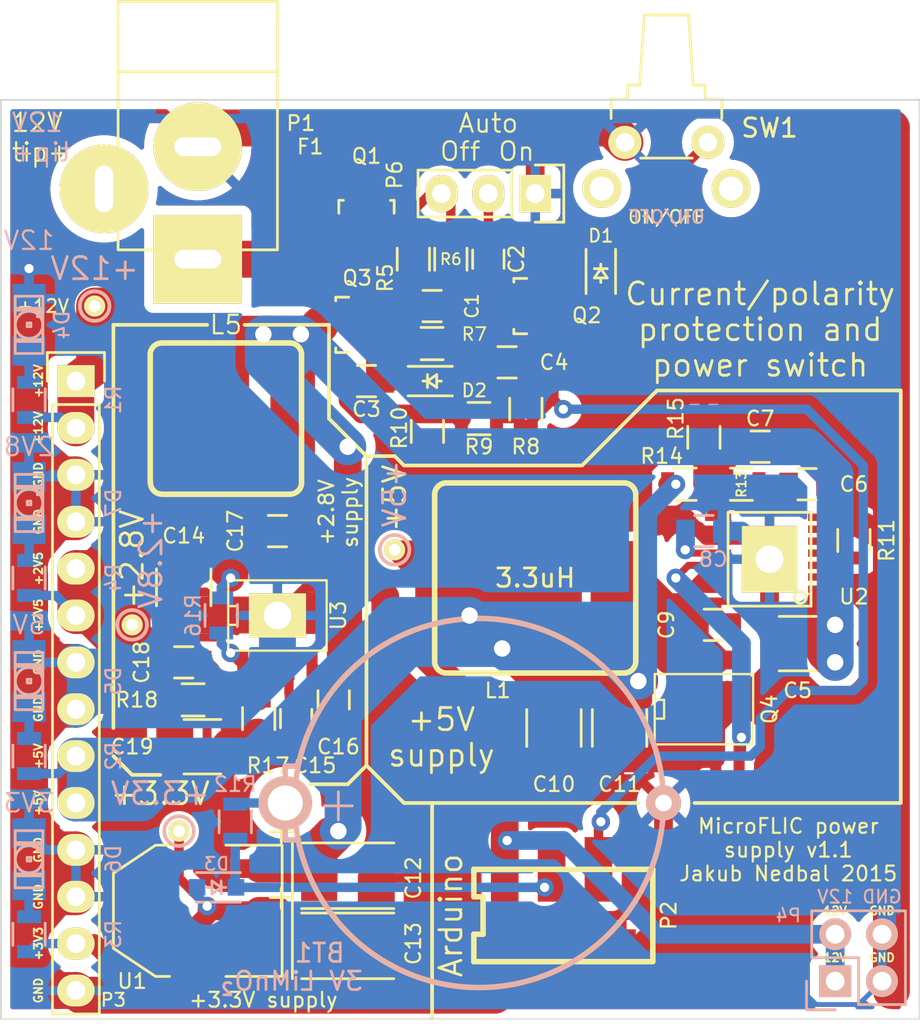
<source format=kicad_pcb>
(kicad_pcb (version 20221018) (generator pcbnew)
  (layers (0 "F.Cu" signal) (31 "B.Cu" signal) (34 "B.Paste" user) (35 "F.Paste" user) (36 "B.SilkS" user "B.Silkscreen") (37 "F.SilkS" user "F.Silkscreen") (38 "B.Mask" user) (39 "F.Mask" user) (44 "Edge.Cuts" user))
  (net 0 "")
  (net 1 "Net-(BT1-Pad1)")
  (net 2 "GND")
  (net 3 "Net-(C1-Pad1)")
  (net 4 "/electronicSwitch/PUSHBUTTON")
  (net 5 "/electronicSwitch/AUTO")
  (net 6 "+12V")
  (net 7 "/electronicSwitch/CURLIM")
  (net 8 "/electronicSwitch/DELAYED_OFF")
  (net 9 "+5VP")
  (net 10 "+3V3")
  (net 11 "+2V5")
  (net 12 "/electronicSwitch/MCU_OFF")
  (net 13 "/electronicSwitch/V_IN")
  (net 14 "/electronicSwitch/V_5AMP")
  (net 15 "+BATT")
  (net 16 "/electronicSwitch/V_PROTECTED")
  (net 17 "/Power Supply/SS")
  (net 18 "/Power Supply/VBST")
  (net 19 "/Power Supply/VFB")
  (net 20 "/Power Supply/EN")
  (net 21 "/Power Supply/COMP")
  (net 22 "/Power Supply/C7R8")
  (net 23 "/Power Supply/FB")
  (net 24 "/Power Supply/BST")
  (net 25 "/Power Supply/LD")
  (net 26 "/Power Supply/RT")
  (net 27 "/Power Supply/SW5")
  (net 28 "/Power Supply/SW2.8")
  (net 29 "/Power Supply/VREG5")
  (net 30 "/Power Supply/VREG2.8")
  (net 31 "Net-(D4-Pad2)")
  (net 32 "Net-(D5-Pad2)")
  (net 33 "Net-(D6-Pad2)")
  (net 34 "Net-(D7-Pad2)")
  (footprint "Fuse_Holders_and_Fuses:Fuse_SMD1206_HandSoldering" (layer "F.Cu") (at 116.84 106.68 90)
    (fp_text reference "F1")
    (fp_text value "F5A" hide)
  )
  (footprint "jakub:IHLP-3232CZ-11" (layer "F.Cu") (at 112.268 117.348 180)
    (fp_text reference "L5")
    (fp_text value "2.2uH" hide)
  )
  (footprint "Connect:JACK_ALIM" (layer "F.Cu") (at 110.744 102.616 -90)
    (fp_text reference "P1")
    (fp_text value "DC jack" hide)
  )
  (footprint "jakub:7-188275-6" (layer "F.Cu") (at 130.556 144.272)
    (fp_text reference "P2")
    (fp_text value "6-way Micro-MaTch" hide)
  )
  (footprint "Pin_Headers:Pin_Header_Straight_1x03" (layer "F.Cu") (at 129.032 105.156 -90)
    (fp_text reference "P6")
    (fp_text value "1x3 header strip" hide)
  )
  (footprint "jakub:SOT23GDS" (layer "F.Cu") (at 128.524 111.252 90)
    (fp_text reference "Q2")
    (fp_text value "TSM2314" hide)
  )
  (footprint "jakub:SOT23GDS" (layer "F.Cu") (at 118.872 112.268 90)
    (fp_text reference "Q3")
    (fp_text value "SI2369" hide)
  )
  (footprint "jakub:tactileSwitchRA" (layer "F.Cu") (at 136.144 103.632)
    (fp_text reference "SW1")
    (fp_text value "Tactile switch R/A" hide)
  )
  (footprint "SMD_Packages:SOT-223" (layer "F.Cu") (at 110.744 144.018 90)
    (fp_text reference "U1")
    (fp_text value "AP1117E33" hide)
  )
  (footprint "jakub:SOT23GDS" (layer "F.Cu") (at 119.888 106.172)
    (fp_text reference "Q1")
    (fp_text value "SI2369" hide)
  )
  (footprint "jakub:SSOP-16(EP)" (layer "F.Cu") (at 141.732 124.968 90)
    (fp_text reference "U2")
    (fp_text value "ADP2381" hide)
  )
  (footprint "Capacitors_SMD:C_0805" (layer "F.Cu") (at 118.11 132.588 -90)
    (fp_text reference "C16")
    (fp_text value "8n2" hide)
  )
  (footprint "Capacitors_SMD:C_0805" (layer "F.Cu") (at 116.078 133.604 -90)
    (fp_text reference "C15")
    (fp_text value "1u/50V" hide)
  )
  (footprint "Resistors_SMD:R_0805" (layer "F.Cu") (at 114.046 133.604 -90)
    (fp_text reference "R17")
    (fp_text value "12k" hide)
  )
  (footprint "Capacitors_SMD:C_1210" (layer "F.Cu") (at 110.998 135.128)
    (fp_text reference "C19")
    (fp_text value "47u/16V" hide)
  )
  (footprint "Resistors_SMD:R_0805" (layer "F.Cu") (at 110.49 132.588)
    (fp_text reference "R18")
    (fp_text value "33k" hide)
  )
  (footprint "Capacitors_SMD:C_1210" (layer "F.Cu") (at 109.982 126.492 -90)
    (fp_text reference "C14")
    (fp_text value "22u/25V" hide)
  )
  (footprint "Capacitors_SMD:C_0805" (layer "F.Cu") (at 109.982 130.556)
    (fp_text reference "C18")
    (fp_text value "4p7" hide)
  )
  (footprint "Capacitors_SMD:C_0805" (layer "F.Cu") (at 123.444 111.252 180)
    (fp_text reference "C1")
    (fp_text value "1u/50V" hide)
  )
  (footprint "Capacitors_SMD:C_0805" (layer "F.Cu") (at 126.492 108.712 90)
    (fp_text reference "C2")
    (fp_text value "100n" hide)
  )
  (footprint "Capacitors_SMD:C_0805" (layer "F.Cu") (at 127.508 114.3)
    (fp_text reference "C4")
    (fp_text value "4u7/25V" hide)
  )
  (footprint "Capacitors_SMD:C_1210" (layer "F.Cu") (at 143.256 129.54 180)
    (fp_text reference "C5")
    (fp_text value "22u/25V" hide)
  )
  (footprint "Capacitors_SMD:C_0805" (layer "F.Cu") (at 143.764 120.904 180)
    (fp_text reference "C6")
    (fp_text value "680p" hide)
  )
  (footprint "Capacitors_SMD:C_0805" (layer "F.Cu") (at 141.224 118.872 180)
    (fp_text reference "C7")
    (fp_text value "1p5" hide)
  )
  (footprint "Capacitors_SMD:C_0805" (layer "F.Cu") (at 138.684 128.524 180)
    (fp_text reference "C9")
    (fp_text value "100n" hide)
  )
  (footprint "Capacitors_SMD:C_0805" (layer "F.Cu") (at 115.062 123.444 180)
    (fp_text reference "C17")
    (fp_text value "100n" hide)
  )
  (footprint "Resistors_SMD:R_0805" (layer "F.Cu") (at 124.46 108.712 -90)
    (fp_text reference "R6")
    (fp_text value "100k" hide)
  )
  (footprint "Resistors_SMD:R_0805" (layer "F.Cu") (at 123.444 113.284 180)
    (fp_text reference "R7")
    (fp_text value "100k" hide)
  )
  (footprint "Resistors_SMD:R_0805" (layer "F.Cu") (at 128.524 116.84 -90)
    (fp_text reference "R8")
    (fp_text value "270k" hide)
  )
  (footprint "Resistors_SMD:R_0805" (layer "F.Cu") (at 125.984 117.348)
    (fp_text reference "R9")
    (fp_text value "100k" hide)
  )
  (footprint "Resistors_SMD:R_0805" (layer "F.Cu") (at 146.304 123.952 -90)
    (fp_text reference "R11")
    (fp_text value "82k" hide)
  )
  (footprint "Resistors_SMD:R_0805" (layer "F.Cu") (at 140.208 120.904 180)
    (fp_text reference "R13")
    (fp_text value "82k" hide)
  )
  (footprint "Resistors_SMD:R_0805" (layer "F.Cu") (at 137.16 120.904)
    (fp_text reference "R14")
    (fp_text value "22k" hide)
  )
  (footprint "Resistors_SMD:R_0805" (layer "F.Cu") (at 138.176 118.364 90)
    (fp_text reference "R15")
    (fp_text value "3k" hide)
  )
  (footprint "Capacitors_Tantalum_SMD:TantalC_SizeB_EIA-3528_Reflow" (layer "F.Cu") (at 118.872 142.24)
    (fp_text reference "C12")
    (fp_text value "10u/10V/0.15Ω<ESR<0.5Ω" hide)
  )
  (footprint "Capacitors_Tantalum_SMD:TantalC_SizeB_EIA-3528_Reflow" (layer "F.Cu") (at 118.872 145.796)
    (fp_text reference "C13")
    (fp_text value "10u/10V/0.15Ω<ESR<0.5Ω" hide)
  )
  (footprint "jakub:PDSO8" (layer "F.Cu") (at 115.062 128.016)
    (fp_text reference "U3")
    (fp_text value "TPS54428" hide)
  )
  (footprint "Capacitors_SMD:C_0805" (layer "F.Cu") (at 119.888 115.316)
    (fp_text reference "C3")
    (fp_text value "10n" hide)
  )
  (footprint "Resistors_SMD:R_0805" (layer "F.Cu") (at 122.428 108.712 -90)
    (fp_text reference "R5")
    (fp_text value "100k" hide)
  )
  (footprint "Connect:PINTST" (layer "F.Cu") (at 105.156 111.252)
    (fp_text reference "PP1" hide)
    (fp_text value "+12V")
  )
  (footprint "Connect:PINTST" (layer "F.Cu") (at 121.412 124.46)
    (fp_text reference "PP2" hide)
    (fp_text value "+5V")
  )
  (footprint "Connect:PINTST" (layer "F.Cu") (at 109.728 139.7)
    (fp_text reference "PP3" hide)
    (fp_text value "+3.3V")
  )
  (footprint "Connect:PINTST" (layer "F.Cu") (at 107.188 128.524)
    (fp_text reference "PP4" hide)
    (fp_text value "+2.8V")
  )
  (footprint "jakub:SO8_FDS6298" (layer "F.Cu") (at 138.176 133.096)
    (fp_text reference "Q4")
    (fp_text value "IRF8721" hide)
  )
  (footprint "Capacitors_SMD:C_1210" (layer "F.Cu") (at 133.604 134.112 -90)
    (fp_text reference "C11")
    (fp_text value "47u/16V" hide)
  )
  (footprint "Capacitors_SMD:C_1210" (layer "F.Cu") (at 130.048 134.112 -90)
    (fp_text reference "C10")
    (fp_text value "47u/16V" hide)
  )
  (footprint "jakub:IHLP-4040DZ-01" (layer "F.Cu") (at 129.032 125.984 180)
    (fp_text reference "L1")
    (fp_text value "3.3uH")
  )
  (footprint "jakub:ESQ-114-33-S-G" (layer "F.Cu") (at 104.14 115.316)
    (fp_text reference "P3")
    (fp_text value "1x14 socket strip" hide)
  )
  (footprint "Resistors_SMD:R_0805" (layer "F.Cu") (at 123.19 118.044 -90)
    (fp_text reference "R10")
    (fp_text value "10k" hide)
  )
  (footprint "jakub:SOD-323" (layer "F.Cu") (at 132.588 109.474 -90)
    (fp_text reference "D1")
    (fp_text value "1N4148")
  )
  (footprint "jakub:SOD-323" (layer "F.Cu") (at 123.444 115.316)
    (fp_text reference "D2")
    (fp_text value "1N4148")
  )
  (footprint "jakub:ML2016" (layer "B.Cu") (at 125.984 138.176 180)
    (fp_text reference "BT1")
    (fp_text value "3V LiMnO₂")
  )
  (footprint "Capacitors_SMD:C_0805" (layer "B.Cu") (at 138.176 123.444)
    (fp_text reference "C8")
    (fp_text value "1u/50V" hide)
  )
  (footprint "Resistors_SMD:R_0805" (layer "B.Cu") (at 112.776 139.192 90)
    (fp_text reference "R12")
    (fp_text value "470R" hide)
  )
  (footprint "Resistors_SMD:R_0805" (layer "B.Cu") (at 112.014 128.016 -90)
    (fp_text reference "R16")
    (fp_text value "10k")
  )
  (footprint "LEDs:LED-1206" (layer "B.Cu") (at 101.6 112.268 -90)
    (fp_text reference "D4")
    (fp_text value "LED" hide)
  )
  (footprint "LEDs:LED-1206" (layer "B.Cu") (at 101.6 131.572 -90)
    (fp_text reference "D5")
    (fp_text value "LED" hide)
  )
  (footprint "LEDs:LED-1206" (layer "B.Cu") (at 101.6 141.224 -90)
    (fp_text reference "D6")
    (fp_text value "LED" hide)
  )
  (footprint "LEDs:LED-1206" (layer "B.Cu") (at 101.6 121.92 -90)
    (fp_text reference "D7")
    (fp_text value "LED" hide)
  )
  (footprint "Resistors_SMD:R_0805" (layer "B.Cu") (at 101.6 116.332 90)
    (fp_text reference "R1")
    (fp_text value "10k" hide)
  )
  (footprint "Resistors_SMD:R_0805" (layer "B.Cu") (at 101.6 135.636 90)
    (fp_text reference "R2")
    (fp_text value "3k" hide)
  )
  (footprint "Resistors_SMD:R_0805" (layer "B.Cu") (at 101.6 145.288 90)
    (fp_text reference "R3")
    (fp_text value "1k5" hide)
  )
  (footprint "Resistors_SMD:R_0805" (layer "B.Cu") (at 101.6 125.984 90)
    (fp_text reference "R4")
    (fp_text value "1k" hide)
  )
  (footprint "jakub:ESQ-102-33-D-G" (layer "B.Cu") (at 145.288 147.828)
    (fp_text reference "P4")
    (fp_text value "2x2 socket strip" hide)
  )
  (footprint "jakub:SOD-323" (layer "B.Cu") (at 111.76 142.748 180)
    (fp_text reference "D3")
    (fp_text value "1N4148")
  )
  (gr_circle (center 121.412 124.46) (end 122.174 124.714) (stroke (width 0.2)) (fill none) (layer "B.SilkS"))
  (gr_circle (center 109.728 139.7) (end 110.49 139.954) (stroke (width 0.2)) (fill none) (layer "B.SilkS"))
  (gr_circle (center 105.156 111.252) (end 105.918 111.506) (stroke (width 0.2)) (fill none) (layer "B.SilkS"))
  (gr_circle (center 107.188 128.524) (end 107.95 128.778) (stroke (width 0.2)) (fill none) (layer "B.SilkS"))
  (gr_line (start 119.888 119.38) (end 117.856 117.348) (stroke (width 0.2)) (layer "F.SilkS"))
  (gr_line (start 148.844 115.824) (end 148.844 138.176) (stroke (width 0.2)) (layer "F.SilkS"))
  (gr_line (start 119.888 119.38) (end 121.412 119.38) (stroke (width 0.2)) (layer "F.SilkS"))
  (gr_line (start 121.412 119.38) (end 121.92 119.888) (stroke (width 0.2)) (layer "F.SilkS"))
  (gr_line (start 107.188 136.652) (end 108.712 136.652) (stroke (width 0.2)) (layer "F.SilkS"))
  (gr_line (start 117.856 117.348) (end 117.856 112.268) (stroke (width 0.2)) (layer "F.SilkS"))
  (gr_line (start 111.252 112.268) (end 106.172 112.268) (stroke (width 0.2)) (layer "F.SilkS"))
  (gr_line (start 135.636 115.824) (end 148.844 115.824) (stroke (width 0.2)) (layer "F.SilkS"))
  (gr_line (start 117.856 112.268) (end 113.284 112.268) (stroke (width 0.2)) (layer "F.SilkS"))
  (gr_line (start 106.172 135.636) (end 107.188 136.652) (stroke (width 0.2)) (layer "F.SilkS"))
  (gr_line (start 119.888 136.144) (end 119.888 119.38) (stroke (width 0.2)) (layer "F.SilkS"))
  (gr_line (start 131.572 119.888) (end 135.636 115.824) (stroke (width 0.2)) (layer "F.SilkS"))
  (gr_line (start 134.62 138.176) (end 121.92 138.176) (stroke (width 0.2)) (layer "F.SilkS"))
  (gr_line (start 123.444 138.176) (end 123.444 149.86) (stroke (width 0.2)) (layer "F.SilkS"))
  (gr_line (start 116.84 137.16) (end 118.872 137.16) (stroke (width 0.2)) (layer "F.SilkS"))
  (gr_line (start 117.856 112.268) (end 117.348 112.268) (stroke (width 0.2)) (layer "F.SilkS"))
  (gr_line (start 131.572 119.888) (end 121.92 119.888) (stroke (width 0.2)) (layer "F.SilkS"))
  (gr_line (start 106.172 112.268) (end 106.172 134.112) (stroke (width 0.2)) (layer "F.SilkS"))
  (gr_line (start 148.844 138.176) (end 137.668 138.176) (stroke (width 0.2)) (layer "F.SilkS"))
  (gr_line (start 118.872 137.16) (end 119.888 136.144) (stroke (width 0.2)) (layer "F.SilkS"))
  (gr_line (start 121.92 138.176) (end 119.888 136.144) (stroke (width 0.2)) (layer "F.SilkS"))
  (gr_line (start 100.076 100.076) (end 149.86 100.076) (stroke (width 0.1)) (layer "Edge.Cuts"))
  (gr_line (start 100.076 100.076) (end 100.076 149.86) (stroke (width 0.1)) (layer "Edge.Cuts"))
  (gr_line (start 149.86 100.076) (end 149.86 149.86) (stroke (width 0.1)) (layer "Edge.Cuts"))
  (gr_line (start 100.076 149.86) (end 149.86 149.86) (stroke (width 0.1)) (layer "Edge.Cuts"))
  (gr_text "GND" (at 147.828 143.256) (layer "B.SilkS") (effects (font (size 0.7 0.7) (thickness 0.11)) (justify mirror)))
  (gr_text "3V3" (at 101.6 138.176) (layer "B.SilkS") (effects (font (size 1 1) (thickness 0.12)) (justify mirror)))
  (gr_text "+5V" (at 121.412 121.412 90) (layer "B.SilkS") (effects (font (size 1.2 1.2)) (justify mirror)))
  (gr_text "+3.3V" (at 108.712 137.668) (layer "B.SilkS") (effects (font (size 1.2 1.2)) (justify mirror)))
  (gr_text "+12V" (at 105.156 109.22) (layer "B.SilkS") (effects (font (size 1.2 1.2)) (justify mirror)))
  (gr_text "12V" (at 145.288 143.256) (layer "B.SilkS") (effects (font (size 0.7 0.7) (thickness 0.11)) (justify mirror)))
  (gr_text "2V8" (at 101.6 118.872) (layer "B.SilkS") (effects (font (size 1 1) (thickness 0.12)) (justify mirror)))
  (gr_text "+2.8V" (at 108.204 124.968 90) (layer "B.SilkS") (effects (font (size 1.2 1.2)) (justify mirror)))
  (gr_text "12V" (at 101.6 107.696) (layer "B.SilkS") (effects (font (size 1 1) (thickness 0.12)) (justify mirror)))
  (gr_text "12V\ntip+" (at 100.584 102.108) (layer "B.SilkS") (effects (font (size 1 1) (thickness 0.12)) (justify right mirror)))
  (gr_text "5V" (at 101.6 128.524) (layer "B.SilkS") (effects (font (size 1 1) (thickness 0.12)) (justify mirror)))
  (gr_text "ON/OFF" (at 136.144 106.426) (layer "B.SilkS") (effects (font (size 0.7 0.7) (thickness 0.11)) (justify mirror)))
  (gr_text "+12V" (at 102.108 117.856 90) (layer "F.SilkS") (effects (font (size 0.45 0.45) (thickness 0.1))))
  (gr_text "GND" (at 102.108 120.396 90) (layer "F.SilkS") (effects (font (size 0.45 0.45) (thickness 0.1))))
  (gr_text "GND" (at 102.108 122.936 90) (layer "F.SilkS") (effects (font (size 0.45 0.45) (thickness 0.1))))
  (gr_text "GND" (at 102.108 130.556 90) (layer "F.SilkS") (effects (font (size 0.45 0.45) (thickness 0.1))))
  (gr_text "GND" (at 102.108 133.096 90) (layer "F.SilkS") (effects (font (size 0.45 0.45) (thickness 0.1))))
  (gr_text "GND" (at 102.108 140.716 90) (layer "F.SilkS") (effects (font (size 0.45 0.45) (thickness 0.1))))
  (gr_text "GND" (at 102.108 143.256 90) (layer "F.SilkS") (effects (font (size 0.45 0.45) (thickness 0.1))))
  (gr_text "GND" (at 102.108 148.336 90) (layer "F.SilkS") (effects (font (size 0.45 0.45) (thickness 0.1))))
  (gr_text "+2V5" (at 102.108 125.476 90) (layer "F.SilkS") (effects (font (size 0.45 0.45) (thickness 0.1))))
  (gr_text "+2V5" (at 102.108 128.016 90) (layer "F.SilkS") (effects (font (size 0.45 0.45) (thickness 0.1))))
  (gr_text "+5V" (at 102.108 135.636 90) (layer "F.SilkS") (effects (font (size 0.45 0.45) (thickness 0.1))))
  (gr_text "+5V" (at 102.108 138.176 90) (layer "F.SilkS") (effects (font (size 0.45 0.45) (thickness 0.1))))
  (gr_text "+3V3" (at 102.108 145.796 90) (layer "F.SilkS") (effects (font (size 0.45 0.45) (thickness 0.1))))
  (gr_text "12V" (at 145.288 146.558) (layer "F.SilkS") (effects (font (size 0.45 0.45) (thickness 0.1))))
  (gr_text "GND" (at 147.828 144.018) (layer "F.SilkS") (effects (font (size 0.45 0.45) (thickness 0.1))))
  (gr_text "GND" (at 147.828 146.558) (layer "F.SilkS") (effects (font (size 0.45 0.45) (thickness 0.1))))
  (gr_text "12V\ntip+" (at 100.584 102.108) (layer "F.SilkS") (effects (font (size 1 1) (thickness 0.12)) (justify left)))
  (gr_text "+12V" (at 102.108 115.316 90) (layer "F.SilkS") (effects (font (size 0.45 0.45) (thickness 0.1))))
  (gr_text "12V" (at 145.288 144.018) (layer "F.SilkS") (effects (font (size 0.45 0.45) (thickness 0.1))))
  (gr_text "Current/polarity\nprotection and\npower switch" (at 141.224 112.522) (layer "F.SilkS") (effects (font (size 1.2 1.2))))
  (gr_text "+5V\nsupply" (at 123.952 134.62) (layer "F.SilkS") (effects (font (size 1.2 1.2))))
  (gr_text "+3.3V supply" (at 114.3 148.844) (layer "F.SilkS") (effects (font (size 0.8 0.8) (thickness 0.12))))
  (gr_text "Off" (at 124.968 102.87) (layer "F.SilkS") (effects (font (size 1 1) (thickness 0.12))))
  (gr_text "Arduino" (at 124.46 144.272 90) (layer "F.SilkS") (effects (font (size 1.2 1.2))))
  (gr_text "ON/OFF" (at 136.144 106.426) (layer "F.SilkS") (effects (font (size 0.7 0.7) (thickness 0.11))))
  (gr_text "On" (at 128.016 102.87) (layer "F.SilkS") (effects (font (size 1 1) (thickness 0.12))))
  (gr_text "Auto" (at 126.492 101.346) (layer "F.SilkS") (effects (font (size 1 1) (thickness 0.12))))
  (gr_text "MicroFLIC power\nsupply v1.1\nJakub Nedbal 2015" (at 142.748 140.716) (layer "F.SilkS") (effects (font (size 0.8 0.8) (thickness 0.12))))
  (gr_text "+2.8V\nsupply" (at 118.364 122.428 90) (layer "F.SilkS") (effects (font (size 0.8 0.8) (thickness 0.12))))
  (segment (start 112.842 138.176) (end 112.776 138.242) (width 0.508) (layer "B.Cu") (net 1))
  (segment (start 115.484 138.176) (end 112.842 138.176) (width 0.508) (layer "B.Cu") (net 1))
  (segment (start 115.038 127.992) (end 115.062 128.016) (width 2) (layer "F.Cu") (net 2))
  (segment (start 113.472 135.128) (end 113.996 134.604) (width 2) (layer "F.Cu") (net 2))
  (segment (start 113.996 134.604) (end 117.094 134.604) (width 1.5) (layer "F.Cu") (net 2))
  (segment (start 117.094 134.604) (end 118.11 133.588) (width 2) (layer "F.Cu") (net 2))
  (segment (start 119.142 133.588) (end 120.142 132.588) (width 2) (layer "F.Cu") (net 2))
  (segment (start 120.142 132.588) (end 120.142 130.556) (width 2) (layer "F.Cu") (net 2))
  (segment (start 120.142 130.556) (end 118.618 129.032) (width 2) (layer "F.Cu") (net 2))
  (segment (start 117.602 128.016) (end 115.062 128.016) (width 2) (layer "F.Cu") (net 2))
  (segment (start 116.937 126.141) (end 116.586 126.492) (width 0.508) (layer "F.Cu") (net 2))
  (segment (start 118.618 126.997) (end 118.618 127.508) (width 0.508) (layer "F.Cu") (net 2))
  (segment (start 118.618 129.032) (end 117.602 128.016) (width 2) (layer "F.Cu") (net 2))
  (segment (start 118.618 127.508) (end 118.618 129.032) (width 0.508) (layer "F.Cu") (net 2))
  (segment (start 116.937 125.827) (end 116.937 126.141) (width 0.508) (layer "F.Cu") (net 2))
  (segment (start 118.11 127) (end 117.602 126.492) (width 0.508) (layer "F.Cu") (net 2))
  (segment (start 116.078 127) (end 115.062 128.016) (width 0.508) (layer "F.Cu") (net 2))
  (segment (start 117.602 126.492) (end 116.937 125.827) (width 0.508) (layer "F.Cu") (net 2))
  (segment (start 116.586 126.492) (end 115.062 128.016) (width 0.508) (layer "F.Cu") (net 2))
  (segment (start 103.124 148.336) (end 101.6 147.066) (width 2) (layer "F.Cu") (net 2))
  (segment (start 101.6 147.066) (end 101.6 145.034) (width 2) (layer "F.Cu") (net 2))
  (segment (start 101.6 145.034) (end 103.124 143.256) (width 2) (layer "F.Cu") (net 2))
  (segment (start 103.124 143.256) (end 104.14 143.256) (width 2) (layer "F.Cu") (net 2))
  (segment (start 103.124 140.716) (end 101.6 139.446) (width 2) (layer "F.Cu") (net 2))
  (segment (start 101.6 139.446) (end 101.6 134.874) (width 2) (layer "F.Cu") (net 2))
  (segment (start 101.6 134.874) (end 103.124 133.096) (width 2) (layer "F.Cu") (net 2))
  (segment (start 103.124 133.096) (end 104.14 133.096) (width 2) (layer "F.Cu") (net 2))
  (segment (start 103.124 130.556) (end 101.6 129.286) (width 2) (layer "F.Cu") (net 2))
  (segment (start 101.6 129.286) (end 101.6 124.714) (width 2) (layer "F.Cu") (net 2))
  (segment (start 101.6 124.714) (end 103.124 122.936) (width 2) (layer "F.Cu") (net 2))
  (segment (start 103.124 122.936) (end 104.14 122.936) (width 2) (layer "F.Cu") (net 2))
  (segment (start 101.6 141.986) (end 101.6 145.034) (width 2) (layer "F.Cu") (net 2))
  (segment (start 104.14 141.986) (end 103.632 142.494) (width 2) (layer "F.Cu") (net 2))
  (segment (start 103.632 142.494) (end 104.14 142.494) (width 2) (layer "F.Cu") (net 2))
  (segment (start 104.14 142.494) (end 104.14 143.256) (width 2) (layer "F.Cu") (net 2))
  (segment (start 101.6 131.826) (end 101.6 129.286) (width 2) (layer "F.Cu") (net 2))
  (segment (start 104.14 131.826) (end 103.632 131.826) (width 2) (layer "F.Cu") (net 2))
  (segment (start 103.632 131.826) (end 104.14 131.826) (width 2) (layer "F.Cu") (net 2))
  (segment (start 104.14 131.826) (end 104.14 133.096) (width 2) (layer "F.Cu") (net 2))
  (segment (start 111.76 148.59) (end 114.046 146.304) (width 2) (layer "F.Cu") (net 2))
  (segment (start 101.6 118.872) (end 103.378 120.396) (width 2) (layer "F.Cu") (net 2))
  (segment (start 101.6 118.872) (end 101.6 109.22) (width 2) (layer "F.Cu") (net 2))
  (segment (start 101.6 121.92) (end 101.6 124.714) (width 2) (layer "F.Cu") (net 2))
  (segment (start 104.14 121.92) (end 103.632 121.92) (width 2) (layer "F.Cu") (net 2))
  (segment (start 103.632 121.92) (end 104.14 121.92) (width 2) (layer "F.Cu") (net 2))
  (segment (start 104.14 121.92) (end 104.14 122.936) (width 2) (layer "F.Cu") (net 2))
  (segment (start 145.7579 123.9901) (end 146.304 123.444) (width 0.381) (layer "F.Cu") (net 2))
  (segment (start 146.304 123.444) (end 146.304 123.002) (width 0.381) (layer "F.Cu") (net 2))
  (segment (start 146.304 119.888) (end 143.764 117.348) (width 1.5) (layer "F.Cu") (net 2))
  (segment (start 137.16 117.348) (end 134.62 119.888) (width 1.5) (layer "F.Cu") (net 2))
  (segment (start 134.62 119.888) (end 134.62 121.92) (width 1.5) (layer "F.Cu") (net 2))
  (segment (start 140.7541 123.9901) (end 141.732 124.968) (width 0.381) (layer "F.Cu") (net 2))
  (segment (start 140.1064 123.3424) (end 141.732 124.968) (width 0.381) (layer "F.Cu") (net 2))
  (segment (start 138.0744 123.3424) (end 137.668 122.936) (width 0.381) (layer "F.Cu") (net 2))
  (segment (start 137.668 122.936) (end 135.636 122.936) (width 0.381) (layer "F.Cu") (net 2))
  (segment (start 138.2141 123.9901) (end 137.5664 123.3424) (width 0.381) (layer "F.Cu") (net 2))
  (segment (start 137.5664 123.3424) (end 136.0424 123.3424) (width 0.381) (layer "F.Cu") (net 2))
  (segment (start 135.89 123.19) (end 136.906 123.19) (width 0.508) (layer "F.Cu") (net 2))
  (segment (start 137.922 123.19) (end 138.43 123.698) (width 0.508) (layer "F.Cu") (net 2))
  (segment (start 138.43 123.698) (end 140.462 123.698) (width 0.508) (layer "F.Cu") (net 2))
  (segment (start 140.462 123.698) (end 141.732 124.968) (width 0.508) (layer "F.Cu") (net 2))
  (segment (start 140.7541 123.9901) (end 141.732 124.968) (width 0.381) (layer "F.Cu") (net 2))
  (segment (start 137.16 122.428) (end 136.652 122.428) (width 0.381) (layer "F.Cu") (net 2))
  (segment (start 135.128 122.428) (end 135.636 122.936) (width 1.5) (layer "F.Cu") (net 2))
  (segment (start 137.16 123.19) (end 137.16 122.936) (width 0.381) (layer "F.Cu") (net 2))
  (segment (start 137.16 122.936) (end 137.16 123.19) (width 0.381) (layer "F.Cu") (net 2))
  (segment (start 137.16 123.19) (end 137.922 123.19) (width 0.508) (layer "F.Cu") (net 2))
  (segment (start 136.652 122.428) (end 136.144 122.428) (width 0.381) (layer "F.Cu") (net 2))
  (segment (start 136.144 122.428) (end 135.128 122.428) (width 0.381) (layer "F.Cu") (net 2))
  (segment (start 136.906 123.19) (end 137.16 123.19) (width 0.508) (layer "F.Cu") (net 2))
  (segment (start 137.541 135.763) (end 136.271 135.763) (width 1.5) (layer "F.Cu") (net 2))
  (segment (start 133.755 135.763) (end 133.604 135.612) (width 0.508) (layer "F.Cu") (net 2))
  (segment (start 141.732 131.064) (end 141.732 129.516) (width 1.016) (layer "F.Cu") (net 2))
  (segment (start 138.811 133.985) (end 140.716 132.08) (width 1.016) (layer "F.Cu") (net 2))
  (segment (start 138.11 117.348) (end 138.176 117.414) (width 1.5) (layer "F.Cu") (net 2))
  (segment (start 138.242 117.348) (end 143.764 117.348) (width 1.5) (layer "F.Cu") (net 2))
  (segment (start 137.541 135.255) (end 137.668 135.128) (width 1.016) (layer "F.Cu") (net 2))
  (segment (start 138.176 135.763) (end 137.541 135.763) (width 1.016) (layer "F.Cu") (net 2))
  (segment (start 138.176 134.62) (end 138.176 135.128) (width 1.016) (layer "F.Cu") (net 2))
  (segment (start 138.176 135.128) (end 137.668 135.128) (width 1.016) (layer "F.Cu") (net 2))
  (segment (start 137.668 135.128) (end 138.811 133.985) (width 1.016) (layer "F.Cu") (net 2))
  (segment (start 140.716 132.08) (end 141.732 131.064) (width 1.016) (layer "F.Cu") (net 2))
  (segment (start 139.7 132.08) (end 138.684 132.08) (width 1.016) (layer "F.Cu") (net 2))
  (segment (start 136.017 135.763) (end 136.652 135.128) (width 1.016) (layer "F.Cu") (net 2))
  (segment (start 136.652 135.128) (end 136.652 135.763) (width 1.016) (layer "F.Cu") (net 2))
  (segment (start 136.652 135.763) (end 136.271 135.763) (width 1.5) (layer "F.Cu") (net 2))
  (segment (start 138.684 132.08) (end 137.668 132.08) (width 1.016) (layer "F.Cu") (net 2))
  (segment (start 135.001 135.763) (end 135.636 135.128) (width 1.016) (layer "F.Cu") (net 2))
  (segment (start 135.636 135.128) (end 135.636 135.763) (width 1.016) (layer "F.Cu") (net 2))
  (segment (start 135.636 135.763) (end 136.652 135.763) (width 1.5) (layer "F.Cu") (net 2))
  (segment (start 135.152 134.596) (end 135.152 135.612) (width 1.016) (layer "F.Cu") (net 2))
  (segment (start 135.152 135.612) (end 135.001 135.763) (width 1.016) (layer "F.Cu") (net 2))
  (segment (start 129.032 109.30886) (end 130.02514 110.302) (width 0.508) (layer "F.Cu") (net 2))
  (segment (start 117.94486 106.68) (end 114.808 106.68) (width 0.508) (layer "F.Cu") (net 2))
  (segment (start 114.808 106.68) (end 110.744 102.616) (width 0.508) (layer "F.Cu") (net 2))
  (segment (start 134.644 135.612) (end 136.144 134.112) (width 1.5) (layer "F.Cu") (net 2))
  (segment (start 136.144 134.112) (end 136.144 134.62) (width 1.5) (layer "F.Cu") (net 2))
  (segment (start 136.144 134.62) (end 135.152 135.612) (width 1.016) (layer "F.Cu") (net 2))
  (segment (start 119.634 148.59) (end 120.4214 147.8026) (width 2) (layer "F.Cu") (net 2))
  (segment (start 120.4214 147.8026) (end 120.4214 145.796) (width 2) (layer "F.Cu") (net 2))
  (segment (start 126.833 148.59) (end 128.651 146.772) (width 2) (layer "F.Cu") (net 2))
  (segment (start 135.295 148.336) (end 142.748 148.336) (width 2) (layer "F.Cu") (net 2))
  (segment (start 148.336 148.336) (end 148.336 147.828) (width 2) (layer "F.Cu") (net 2))
  (segment (start 146.37 122.936) (end 148.336 123.952) (width 1.5) (layer "F.Cu") (net 2))
  (segment (start 148.336 123.952) (end 148.336 101.6) (width 2) (layer "F.Cu") (net 2))
  (segment (start 135.984 144.519) (end 133.731 146.772) (width 1.016) (layer "F.Cu") (net 2))
  (segment (start 140.462 100.838) (end 135.438 100.838) (width 0.508) (layer "F.Cu") (net 2))
  (segment (start 135.438 100.838) (end 133.894 102.382) (width 0.508) (layer "F.Cu") (net 2))
  (segment (start 133.112 101.6) (end 129.032 101.6) (width 2) (layer "F.Cu") (net 2))
  (segment (start 111.76 101.6) (end 110.744 102.616) (width 2) (layer "F.Cu") (net 2))
  (segment (start 108.966 100.838) (end 100.838 100.838) (width 0.508) (layer "F.Cu") (net 2))
  (segment (start 100.838 100.838) (end 100.838 108.458) (width 0.508) (layer "F.Cu") (net 2))
  (segment (start 100.838 108.458) (end 101.6 109.22) (width 0.508) (layer "F.Cu") (net 2))
  (segment (start 104.394 148.59) (end 104.14 148.336) (width 2) (layer "F.Cu") (net 2))
  (segment (start 143.51 149.098) (end 146.558 149.098) (width 0.254) (layer "F.Cu") (net 2))
  (segment (start 148.336 147.828) (end 148.844 147.828) (width 0.254) (layer "F.Cu") (net 2))
  (segment (start 148.844 147.828) (end 148.336 147.828) (width 0.254) (layer "F.Cu") (net 2))
  (segment (start 148.336 147.828) (end 148.336 145.796) (width 2) (layer "F.Cu") (net 2))
  (segment (start 148.336 145.796) (end 148.59 145.796) (width 0.254) (layer "F.Cu") (net 2))
  (segment (start 148.59 145.796) (end 148.336 145.796) (width 0.254) (layer "F.Cu") (net 2))
  (segment (start 148.336 145.796) (end 148.336 123.952) (width 2) (layer "F.Cu") (net 2))
  (segment (start 139.7 132.08) (end 136.017 135.763) (width 1.016) (layer "F.Cu") (net 2))
  (segment (start 104.14 120.396) (end 103.378 120.396) (width 2) (layer "F.Cu") (net 2))
  (segment (start 119.634 148.59) (end 126.833 148.59) (width 2) (layer "F.Cu") (net 2))
  (segment (start 104.14 130.556) (end 104.14 131.826) (width 2) (layer "F.Cu") (net 2))
  (segment (start 146.304 123.002) (end 146.304 119.888) (width 1.5) (layer "F.Cu") (net 2))
  (segment (start 109.982 127.992) (end 115.038 127.992) (width 2) (layer "F.Cu") (net 2))
  (segment (start 138.684 132.08) (end 136.144 134.62) (width 1.016) (layer "F.Cu") (net 2))
  (segment (start 136.271 135.763) (end 133.755 135.763) (width 1.5) (layer "F.Cu") (net 2))
  (segment (start 101.6 118.872) (end 101.6 121.92) (width 2) (layer "F.Cu") (net 2))
  (segment (start 141.732 124.968) (end 140.462 123.698) (width 0.508) (layer "F.Cu") (net 2))
  (segment (start 138.176 135.763) (end 138.176 134.62) (width 1.016) (layer "F.Cu") (net 2))
  (segment (start 137.541 135.763) (end 137.541 135.255) (width 1.016) (layer "F.Cu") (net 2))
  (segment (start 104.14 140.716) (end 103.124 140.716) (width 2) (layer "F.Cu") (net 2))
  (segment (start 133.604 135.612) (end 134.644 135.612) (width 1.5) (layer "F.Cu") (net 2))
  (segment (start 104.14 140.716) (end 104.14 142.494) (width 2) (layer "F.Cu") (net 2))
  (segment (start 101.6 131.826) (end 104.14 131.826) (width 2) (layer "F.Cu") (net 2))
  (segment (start 142.748 148.336) (end 143.51 149.098) (width 0.254) (layer "F.Cu") (net 2))
  (segment (start 110.744 102.616) (end 108.966 100.838) (width 0.508) (layer "F.Cu") (net 2))
  (segment (start 147.828 147.828) (end 148.336 147.828) (width 0.254) (layer "F.Cu") (net 2))
  (segment (start 133.731 146.772) (end 135.295 148.336) (width 2) (layer "F.Cu") (net 2))
  (segment (start 128.651 146.772) (end 131.191 146.772) (width 2) (layer "F.Cu") (net 2))
  (segment (start 104.14 120.396) (end 104.14 121.92) (width 2) (layer "F.Cu") (net 2))
  (segment (start 129.032 105.156) (end 129.032 109.30886) (width 0.508) (layer "F.Cu") (net 2))
  (segment (start 138.811 135.763) (end 138.176 135.763) (width 1.016) (layer "F.Cu") (net 2))
  (segment (start 101.6 141.986) (end 104.14 141.986) (width 2) (layer "F.Cu") (net 2))
  (segment (start 104.14 130.556) (end 103.124 130.556) (width 2) (layer "F.Cu") (net 2))
  (segment (start 111.76 148.59) (end 119.634 148.59) (width 2) (layer "F.Cu") (net 2))
  (segment (start 147.828 145.288) (end 148.336 145.796) (width 0.254) (layer "F.Cu") (net 2))
  (segment (start 137.16 122.428) (end 137.16 123.19) (width 0.381) (layer "F.Cu") (net 2))
  (segment (start 129.032 105.156) (end 129.032 101.6) (width 1.016) (layer "F.Cu") (net 2))
  (segment (start 135.152 134.596) (end 134.62 135.128) (width 1.016) (layer "F.Cu") (net 2))
  (segment (start 138.938 123.3424) (end 140.1064 123.3424) (width 0.381) (layer "F.Cu") (net 2))
  (segment (start 141.224 101.6) (end 140.462 100.838) (width 0.508) (layer "F.Cu") (net 2))
  (segment (start 133.604 135.612) (end 130.048 135.612) (width 1.5) (layer "F.Cu") (net 2))
  (segment (start 141.224 101.6) (end 148.336 101.6) (width 2) (layer "F.Cu") (net 2))
  (segment (start 118.618 127.508) (end 118.11 127) (width 0.508) (layer "F.Cu") (net 2))
  (segment (start 137.668 122.936) (end 137.16 122.428) (width 0.381) (layer "F.Cu") (net 2))
  (segment (start 146.304 123.002) (end 146.37 122.936) (width 1.5) (layer "F.Cu") (net 2))
  (segment (start 116.937 125.316) (end 116.937 126.141) (width 0.508) (layer "F.Cu") (net 2))
  (segment (start 131.191 146.772) (end 133.731 146.772) (width 2) (layer "F.Cu") (net 2))
  (segment (start 135.984 138.176) (end 135.984 144.519) (width 1.016) (layer "F.Cu") (net 2))
  (segment (start 133.894 102.382) (end 133.112 101.6) (width 2) (layer "F.Cu") (net 2))
  (segment (start 101.6 134.874) (end 101.6 131.826) (width 2) (layer "F.Cu") (net 2))
  (segment (start 116.937 125.316) (end 118.618 126.997) (width 0.508) (layer "F.Cu") (net 2))
  (segment (start 117.602 126.492) (end 116.586 126.492) (width 0.508) (layer "F.Cu") (net 2))
  (segment (start 138.938 123.9901) (end 138.2141 123.9901) (width 0.381) (layer "F.Cu") (net 2))
  (segment (start 118.11 127) (end 116.078 127) (width 0.508) (layer "F.Cu") (net 2))
  (segment (start 120.4214 145.796) (end 120.4214 142.24) (width 2) (layer "F.Cu") (net 2))
  (segment (start 118.11 133.588) (end 119.142 133.588) (width 2) (layer "F.Cu") (net 2))
  (segment (start 141.732 124.968) (end 141.732 129.516) (width 1.016) (layer "F.Cu") (net 2))
  (segment (start 118.938 107.67314) (end 117.94486 106.68) (width 0.508) (layer "F.Cu") (net 2))
  (segment (start 138.0744 123.3424) (end 138.938 123.3424) (width 0.381) (layer "F.Cu") (net 2))
  (segment (start 140.716 132.08) (end 139.7 132.08) (width 1.016) (layer "F.Cu") (net 2))
  (segment (start 110.744 102.616) (end 109.22 101.092) (width 0.508) (layer "F.Cu") (net 2))
  (segment (start 137.668 132.08) (end 135.152 134.596) (width 1.016) (layer "F.Cu") (net 2))
  (segment (start 104.14 148.336) (end 103.124 148.336) (width 2) (layer "F.Cu") (net 2))
  (segment (start 112.498 135.128) (end 113.472 135.128) (width 2) (layer "F.Cu") (net 2))
  (segment (start 134.62 121.92) (end 135.128 122.428) (width 1.5) (layer "F.Cu") (net 2))
  (segment (start 138.811 135.763) (end 138.811 133.985) (width 1.016) (layer "F.Cu") (net 2))
  (segment (start 136.144 122.428) (end 136.906 123.19) (width 0.381) (layer "F.Cu") (net 2))
  (segment (start 129.032 101.6) (end 111.76 101.6) (width 2) (layer "F.Cu") (net 2))
  (segment (start 138.11 117.348) (end 137.16 117.348) (width 1.5) (layer "F.Cu") (net 2))
  (segment (start 147.828 147.828) (end 146.558 149.098) (width 0.254) (layer "F.Cu") (net 2))
  (segment (start 111.76 148.59) (end 104.394 148.59) (width 2) (layer "F.Cu") (net 2))
  (segment (start 135.636 122.936) (end 135.89 123.19) (width 0.508) (layer "F.Cu") (net 2))
  (segment (start 138.938 123.9901) (end 140.7541 123.9901) (width 0.381) (layer "F.Cu") (net 2))
  (segment (start 101.6 139.446) (end 101.6 141.986) (width 2) (layer "F.Cu") (net 2))
  (segment (start 138.176 117.414) (end 138.242 117.348) (width 1.5) (layer "F.Cu") (net 2))
  (segment (start 136.652 122.428) (end 137.16 122.936) (width 0.381) (layer "F.Cu") (net 2))
  (segment (start 101.6 121.92) (end 104.14 121.92) (width 2) (layer "F.Cu") (net 2))
  (segment (start 144.526 123.9901) (end 145.7579 123.9901) (width 0.381) (layer "F.Cu") (net 2))
  (via (at 101.6 109.22) (size 1) (drill 0.5) (layers "F.Cu" "B.Cu") (net 2))
  (segment (start 140.208 123.444) (end 141.732 124.968) (width 1.016) (layer "B.Cu") (net 2))
  (segment (start 110.49 130.81) (end 111.76 132.08) (width 2) (layer "B.Cu") (net 2))
  (segment (start 111.76 132.08) (end 113.284 132.08) (width 2) (layer "B.Cu") (net 2))
  (segment (start 113.284 132.08) (end 115.062 130.302) (width 2) (layer "B.Cu") (net 2))
  (segment (start 115.062 130.302) (end 115.062 128.016) (width 2) (layer "B.Cu") (net 2))
  (segment (start 101.6 101.092) (end 136.652 101.092) (width 0.508) (layer "B.Cu") (net 2))
  (segment (start 136.906 100.838) (end 140.462 100.838) (width 0.508) (layer "B.Cu") (net 2))
  (segment (start 140.462 100.838) (end 140.716 101.092) (width 0.508) (layer "B.Cu") (net 2))
  (segment (start 148.336 101.092) (end 148.336 143.256) (width 0.508) (layer "B.Cu") (net 2))
  (segment (start 106.68 130.81) (end 110.49 130.81) (width 2) (layer "B.Cu") (net 2))
  (segment (start 104.648 131.064) (end 104.648 132.588) (width 2) (layer "B.Cu") (net 2))
  (segment (start 104.648 132.588) (end 104.14 133.096) (width 2) (layer "B.Cu") (net 2))
  (segment (start 102.51186 140.716) (end 104.14 140.716) (width 0.508) (layer "B.Cu") (net 2))
  (segment (start 104.394 130.81) (end 106.68 130.81) (width 2) (layer "B.Cu") (net 2))
  (segment (start 102.00386 130.556) (end 101.6 130.15214) (width 0.508) (layer "B.Cu") (net 2))
  (segment (start 104.03586 120.50014) (end 104.14 120.396) (width 0.508) (layer "B.Cu") (net 2))
  (segment (start 148.336 144.78) (end 147.828 145.288) (width 0.508) (layer "B.Cu") (net 2))
  (segment (start 146.558 149.098) (end 144.272 149.098) (width 0.254) (layer "B.Cu") (net 2))
  (segment (start 144.272 149.098) (end 143.51 148.336) (width 0.254) (layer "B.Cu") (net 2))
  (segment (start 104.14 130.556) (end 104.394 130.81) (width 2) (layer "B.Cu") (net 2))
  (segment (start 147.828 147.828) (end 146.558 149.098) (width 0.254) (layer "B.Cu") (net 2))
  (segment (start 147.828 145.288) (end 147.828 147.828) (width 0.508) (layer "B.Cu") (net 2))
  (segment (start 148.336 143.256) (end 148.336 144.78) (width 0.508) (layer "B.Cu") (net 2))
  (segment (start 104.14 130.556) (end 104.648 131.064) (width 2) (layer "B.Cu") (net 2))
  (segment (start 101.6 101.092) (end 101.6 110.84814) (width 0.508) (layer "B.Cu") (net 2))
  (segment (start 140.716 101.092) (end 148.336 101.092) (width 0.508) (layer "B.Cu") (net 2))
  (segment (start 104.14 133.096) (end 106.68 130.81) (width 2) (layer "B.Cu") (net 2))
  (segment (start 136.652 101.092) (end 136.906 100.838) (width 0.508) (layer "B.Cu") (net 2))
  (segment (start 104.14 130.556) (end 102.00386 130.556) (width 0.508) (layer "B.Cu") (net 2))
  (segment (start 101.6 120.50014) (end 104.03586 120.50014) (width 0.508) (layer "B.Cu") (net 2))
  (segment (start 104.14 148.336) (end 143.51 148.336) (width 0.508) (layer "B.Cu") (net 2))
  (segment (start 101.6 139.80414) (end 102.51186 140.716) (width 0.508) (layer "B.Cu") (net 2))
  (segment (start 139.176 123.444) (end 140.208 123.444) (width 1.016) (layer "B.Cu") (net 2))
  (segment (start 101.6 110.84814) (end 101.6 109.22) (width 0.508) (layer "B.Cu") (net 2))
  (segment (start 124.444 109.678) (end 124.444 111.252) (width 0.508) (layer "F.Cu") (net 3))
  (segment (start 126.442 109.662) (end 126.492 109.712) (width 0.508) (layer "F.Cu") (net 3))
  (segment (start 127.02286 110.24286) (end 127.02286 111.252) (width 0.508) (layer "F.Cu") (net 3))
  (segment (start 127.02286 111.252) (end 124.444 111.252) (width 0.508) (layer "F.Cu") (net 3))
  (segment (start 124.394 111.302) (end 124.394 113.284) (width 0.508) (layer "F.Cu") (net 3))
  (segment (start 124.394 113.284) (end 124.394 115.211) (width 0.508) (layer "F.Cu") (net 3))
  (segment (start 124.394 115.211) (end 124.499 115.316) (width 0.508) (layer "F.Cu") (net 3))
  (segment (start 124.46 109.662) (end 124.444 109.678) (width 0.508) (layer "F.Cu") (net 3))
  (segment (start 126.492 109.712) (end 127.02286 110.24286) (width 0.508) (layer "F.Cu") (net 3))
  (segment (start 124.46 109.662) (end 126.442 109.662) (width 0.508) (layer "F.Cu") (net 3))
  (segment (start 124.444 111.252) (end 124.394 111.302) (width 0.508) (layer "F.Cu") (net 3))
  (segment (start 122.444 109.678) (end 122.444 111.252) (width 0.508) (layer "F.Cu") (net 4))
  (segment (start 123.378 108.712) (end 127.508 108.712) (width 0.508) (layer "F.Cu") (net 4))
  (segment (start 127.508 108.712) (end 128.016 109.22) (width 0.508) (layer "F.Cu") (net 4))
  (segment (start 128.016 109.22) (end 128.016 110.236) (width 0.508) (layer "F.Cu") (net 4))
  (segment (start 128.016 110.236) (end 129.032 111.252) (width 0.508) (layer "F.Cu") (net 4))
  (segment (start 129.032 111.252) (end 131.064 111.252) (width 0.508) (layer "F.Cu") (net 4))
  (segment (start 138.394 102.382) (end 137.863 102.382) (width 0.508) (layer "F.Cu") (net 4))
  (segment (start 132.588 109.222) (end 131.306571 110.503429) (width 0.508) (layer "F.Cu") (net 4))
  (segment (start 132.588 108.419) (end 132.588 109.222) (width 0.508) (layer "F.Cu") (net 4))
  (segment (start 132.588 108.188) (end 132.588 108.419) (width 0.508) (layer "F.Cu") (net 4))
  (segment (start 122.428 109.662) (end 122.444 109.678) (width 0.508) (layer "F.Cu") (net 4))
  (segment (start 131.306571 111.009429) (end 131.064 111.252) (width 0.508) (layer "F.Cu") (net 4))
  (segment (start 131.306571 110.503429) (end 131.306571 111.009429) (width 0.508) (layer "F.Cu") (net 4))
  (segment (start 122.428 109.662) (end 123.378 108.712) (width 0.508) (layer "F.Cu") (net 4))
  (segment (start 138.394 102.382) (end 132.588 108.188) (width 0.508) (layer "F.Cu") (net 4))
  (segment (start 126.492 107.712) (end 126.492 105.156) (width 0.508) (layer "F.Cu") (net 5))
  (segment (start 112.522 125.984) (end 113.187 125.319) (width 0.508) (layer "F.Cu") (net 6))
  (segment (start 113.187 125.319) (end 113.187 125.316) (width 0.508) (layer "F.Cu") (net 6))
  (segment (start 111.53 124.992) (end 109.982 124.992) (width 2) (layer "F.Cu") (net 6))
  (segment (start 112.863 124.992) (end 111.53 124.992) (width 0.508) (layer "F.Cu") (net 6))
  (segment (start 111.53 122.912) (end 112.522 121.92) (width 2) (layer "F.Cu") (net 6))
  (segment (start 111.53 123.659) (end 111.53 123.928) (width 0.508) (layer "F.Cu") (net 6))
  (segment (start 111.53 123.928) (end 111.506 123.952) (width 0.508) (layer "F.Cu") (net 6))
  (segment (start 111.506 123.952) (end 111.53 123.952) (width 0.508) (layer "F.Cu") (net 6))
  (segment (start 111.53 123.952) (end 111.53 122.912) (width 2) (layer "F.Cu") (net 6))
  (segment (start 109.982 124.46) (end 111.53 122.912) (width 2) (layer "F.Cu") (net 6))
  (segment (start 144.526 129.31) (end 144.756 129.54) (width 0.381) (layer "F.Cu") (net 6))
  (segment (start 144.756 127.4586) (end 144.526 127.2286) (width 1.5) (layer "F.Cu") (net 6))
  (segment (start 116.86286 112.776) (end 116.332 112.776) (width 2) (layer "F.Cu") (net 6))
  (segment (start 106.934 112.776) (end 106.299 113.411) (width 2) (layer "F.Cu") (net 6))
  (segment (start 124.968 116.84) (end 126.508 115.3) (width 1.016) (layer "F.Cu") (net 6))
  (segment (start 126.508 115.3) (end 126.508 114.3) (width 1.016) (layer "F.Cu") (net 6))
  (segment (start 124.968 117.282) (end 124.968 116.84) (width 1.016) (layer "F.Cu") (net 6))
  (segment (start 124.968 116.84) (end 125.034 117.348) (width 1.016) (layer "F.Cu") (net 6))
  (segment (start 117.37086 113.79886) (end 118.888 115.316) (width 1.016) (layer "F.Cu") (net 6))
  (segment (start 114.808 112.776) (end 110.236 112.776) (width 2) (layer "F.Cu") (net 6))
  (segment (start 112.522 114.554) (end 114.3 112.776) (width 2) (layer "F.Cu") (net 6))
  (segment (start 114.3 112.776) (end 114.808 112.776) (width 2) (layer "F.Cu") (net 6))
  (segment (start 110.236 112.776) (end 106.934 112.776) (width 2) (layer "F.Cu") (net 6))
  (segment (start 111.53 114.07) (end 111.53 122.912) (width 2) (layer "F.Cu") (net 6))
  (segment (start 106.299 113.411) (end 105.156 114.554) (width 2) (layer "F.Cu") (net 6))
  (segment (start 105.41 111.252) (end 106.934 112.776) (width 2) (layer "F.Cu") (net 6))
  (segment (start 105.156 114.554) (end 105.156 114.3) (width 2) (layer "F.Cu") (net 6))
  (segment (start 105.156 114.3) (end 105.156 114.554) (width 2) (layer "F.Cu") (net 6))
  (segment (start 105.156 114.554) (end 104.14 115.316) (width 2) (layer "F.Cu") (net 6))
  (segment (start 116.332 112.776) (end 114.3 112.776) (width 2) (layer "F.Cu") (net 6))
  (segment (start 144.756 129.056) (end 145.288 128.524) (width 2) (layer "F.Cu") (net 6))
  (segment (start 144.756 129.056) (end 144.756 129.54) (width 2) (layer "F.Cu") (net 6))
  (segment (start 145.288 130.556) (end 144.756 130.024) (width 2) (layer "F.Cu") (net 6))
  (segment (start 144.756 130.024) (end 144.756 129.54) (width 2) (layer "F.Cu") (net 6))
  (segment (start 118.872 124.968) (end 120.904 127) (width 1.5) (layer "F.Cu") (net 6))
  (segment (start 120.904 127) (end 120.904 128.016) (width 1.5) (layer "F.Cu") (net 6))
  (segment (start 120.904 128.016) (end 127.381 134.493) (width 1.5) (layer "F.Cu") (net 6))
  (segment (start 127.381 134.493) (end 127.381 141.772) (width 1.5) (layer "F.Cu") (net 6))
  (segment (start 127.381 140.335) (end 127.508 140.208) (width 1.016) (layer "F.Cu") (net 6))
  (segment (start 117.37086 112.268) (end 116.86286 112.776) (width 2) (layer "F.Cu") (net 6))
  (segment (start 113.187 125.316) (end 112.863 124.992) (width 0.508) (layer "F.Cu") (net 6))
  (segment (start 118.888 116.348) (end 119.634 117.094) (width 1.016) (layer "F.Cu") (net 6))
  (segment (start 125.034 117.348) (end 124.968 117.282) (width 1.016) (layer "F.Cu") (net 6))
  (segment (start 117.37086 112.268) (end 117.37086 113.79886) (width 1.016) (layer "F.Cu") (net 6))
  (segment (start 144.526 126.5936) (end 144.526 127.2286) (width 0.381) (layer "F.Cu") (net 6))
  (segment (start 123.19 117.094) (end 124.78 117.094) (width 1.016) (layer "F.Cu") (net 6))
  (segment (start 110.236 112.776) (end 111.53 114.07) (width 2) (layer "F.Cu") (net 6))
  (segment (start 118.888 115.316) (end 118.888 116.348) (width 1.016) (layer "F.Cu") (net 6))
  (segment (start 127.381 141.772) (end 127.381 140.335) (width 1.016) (layer "F.Cu") (net 6))
  (segment (start 119.634 117.094) (end 123.19 117.094) (width 1.016) (layer "F.Cu") (net 6))
  (segment (start 113.187 125.316) (end 111.53 123.659) (width 0.508) (layer "F.Cu") (net 6))
  (segment (start 144.526 127.2286) (end 144.526 129.31) (width 0.381) (layer "F.Cu") (net 6))
  (segment (start 118.872 118.872) (end 118.872 124.968) (width 1.5) (layer "F.Cu") (net 6))
  (segment (start 111.53 124.992) (end 111.53 123.952) (width 2) (layer "F.Cu") (net 6))
  (segment (start 112.522 125.984) (end 112.522 121.92) (width 1.5) (layer "F.Cu") (net 6))
  (segment (start 112.522 121.92) (end 112.522 114.554) (width 2) (layer "F.Cu") (net 6))
  (segment (start 105.156 111.252) (end 105.156 114.554) (width 2) (layer "F.Cu") (net 6))
  (segment (start 124.78 117.094) (end 125.034 117.348) (width 1.016) (layer "F.Cu") (net 6))
  (segment (start 104.14 117.856) (end 104.14 115.316) (width 2) (layer "F.Cu") (net 6))
  (segment (start 144.756 129.54) (end 144.756 127.4586) (width 2) (layer "F.Cu") (net 6))
  (segment (start 109.982 124.992) (end 109.982 124.46) (width 2) (layer "F.Cu") (net 6))
  (segment (start 112.522 125.984) (end 111.53 124.992) (width 1.5) (layer "F.Cu") (net 6))
  (segment (start 105.156 111.252) (end 105.41 111.252) (width 2) (layer "F.Cu") (net 6))
  (via (at 145.288 128.524) (size 2) (drill 0.889) (layers "F.Cu" "B.Cu") (net 6))
  (via (at 118.872 118.872) (size 2) (drill 0.889) (layers "F.Cu" "B.Cu") (net 6))
  (via (at 112.522 125.984) (size 1) (drill 0.5) (layers "F.Cu" "B.Cu") (net 6))
  (via (at 127.508 140.208) (size 1) (drill 0.5) (layers "F.Cu" "B.Cu") (net 6))
  (via (at 145.288 130.556) (size 2) (drill 0.889) (layers "F.Cu" "B.Cu") (net 6))
  (via (at 116.332 112.776) (size 2) (drill 0.889) (layers "F.Cu" "B.Cu") (net 6))
  (via (at 114.3 112.776) (size 2) (drill 0.889) (layers "F.Cu" "B.Cu") (net 6))
  (segment (start 112.014 126.492) (end 112.522 125.984) (width 0.508) (layer "B.Cu") (net 6))
  (segment (start 103.312 117.282) (end 104.14 117.856) (width 0.508) (layer "B.Cu") (net 6))
  (segment (start 122.428 118.872) (end 116.332 112.776) (width 2) (layer "B.Cu") (net 6))
  (segment (start 122.428 118.872) (end 137.668 118.872) (width 2) (layer "B.Cu") (net 6))
  (segment (start 137.668 118.872) (end 143.764 118.872) (width 2) (layer "B.Cu") (net 6))
  (segment (start 143.764 118.872) (end 145.288 120.396) (width 2) (layer "B.Cu") (net 6))
  (segment (start 145.288 120.396) (end 145.288 128.524) (width 2) (layer "B.Cu") (net 6))
  (segment (start 114.3 112.776) (end 114.3 114.3) (width 2) (layer "B.Cu") (net 6))
  (segment (start 114.3 114.3) (end 118.872 118.872) (width 2) (layer "B.Cu") (net 6))
  (segment (start 116.332 113.792) (end 115.824 114.3) (width 2) (layer "B.Cu") (net 6))
  (segment (start 115.824 114.3) (end 114.3 114.3) (width 2) (layer "B.Cu") (net 6))
  (segment (start 115.824 113.284) (end 115.316 112.776) (width 2) (layer "B.Cu") (net 6))
  (segment (start 115.316 112.776) (end 114.3 112.776) (width 2) (layer "B.Cu") (net 6))
  (segment (start 127.508 140.208) (end 130.556 140.208) (width 1.016) (layer "B.Cu") (net 6))
  (segment (start 130.556 140.208) (end 135.636 145.288) (width 1.016) (layer "B.Cu") (net 6))
  (segment (start 135.636 145.288) (end 145.288 145.288) (width 1.016) (layer "B.Cu") (net 6))
  (segment (start 116.332 112.776) (end 115.316 112.776) (width 2) (layer "B.Cu") (net 6))
  (segment (start 112.014 127.066) (end 112.014 126.492) (width 0.508) (layer "B.Cu") (net 6))
  (segment (start 116.332 112.776) (end 116.332 113.792) (width 2) (layer "B.Cu") (net 6))
  (segment (start 145.288 147.828) (end 145.288 145.288) (width 1.016) (layer "B.Cu") (net 6))
  (segment (start 145.288 128.524) (end 145.288 130.556) (width 2) (layer "B.Cu") (net 6))
  (segment (start 101.6 117.282) (end 103.312 117.282) (width 0.508) (layer "B.Cu") (net 6))
  (segment (start 115.824 114.3) (end 115.824 113.284) (width 2) (layer "B.Cu") (net 6))
  (segment (start 122.494 115.211) (end 122.494 113.284) (width 1.016) (layer "F.Cu") (net 7))
  (segment (start 122.428 113.218) (end 120.37314 113.218) (width 1.016) (layer "F.Cu") (net 7))
  (segment (start 120.37314 114.80114) (end 120.888 115.316) (width 1.016) (layer "F.Cu") (net 7))
  (segment (start 120.37314 113.792) (end 120.37314 114.80114) (width 1.016) (layer "F.Cu") (net 7))
  (segment (start 122.494 113.792) (end 122.428 113.792) (width 1.016) (layer "F.Cu") (net 7))
  (segment (start 122.428 113.792) (end 122.494 113.284) (width 1.016) (layer "F.Cu") (net 7))
  (segment (start 122.494 113.792) (end 122.494 113.792) (width 1.016) (layer "F.Cu") (net 7))
  (segment (start 121.48486 114.80114) (end 120.37314 114.80114) (width 1.016) (layer "F.Cu") (net 7))
  (segment (start 122.389 115.316) (end 120.888 115.316) (width 1.016) (layer "F.Cu") (net 7))
  (segment (start 120.37314 113.218) (end 120.37314 113.792) (width 1.016) (layer "F.Cu") (net 7))
  (segment (start 122.494 113.284) (end 122.428 113.218) (width 0.508) (layer "F.Cu") (net 7))
  (segment (start 120.37314 113.218) (end 120.38 113.22486) (width 0.508) (layer "F.Cu") (net 7))
  (segment (start 122.389 115.316) (end 122.494 115.211) (width 0.508) (layer "F.Cu") (net 7))
  (segment (start 120.37314 113.792) (end 122.494 113.792) (width 1.016) (layer "F.Cu") (net 7))
  (segment (start 122.494 113.792) (end 121.48486 114.80114) (width 1.016) (layer "F.Cu") (net 7))
  (segment (start 128.508 113.71914) (end 128.508 114.3) (width 0.508) (layer "F.Cu") (net 8))
  (segment (start 128.508 115.874) (end 128.508 114.3) (width 0.508) (layer "F.Cu") (net 8))
  (segment (start 128.524 115.89) (end 128.508 115.874) (width 0.508) (layer "F.Cu") (net 8))
  (segment (start 130.02514 112.202) (end 128.508 113.71914) (width 0.508) (layer "F.Cu") (net 8))
  (segment (start 124.282 126.846) (end 125.476 128.04) (width 1.5) (layer "F.Cu") (net 9))
  (segment (start 130.048 132.612) (end 133.604 132.612) (width 1.5) (layer "F.Cu") (net 9))
  (segment (start 134.62 131.596) (end 134.62 131.572) (width 1.016) (layer "F.Cu") (net 9))
  (segment (start 136.652 120.904) (end 136.21 120.904) (width 1.016) (layer "F.Cu") (net 9))
  (segment (start 129.794 125.73) (end 130.81 126.746) (width 1.5) (layer "F.Cu") (net 9))
  (segment (start 130.81 126.746) (end 130.81 128.27) (width 1.5) (layer "F.Cu") (net 9))
  (segment (start 131.064 128.524) (end 131.572 129.032) (width 1.5) (layer "F.Cu") (net 9))
  (segment (start 131.572 129.032) (end 132.08 129.032) (width 1.5) (layer "F.Cu") (net 9))
  (segment (start 132.08 129.032) (end 134.62 131.572) (width 1.5) (layer "F.Cu") (net 9))
  (segment (start 134.62 132.588) (end 134.596 132.612) (width 1.5) (layer "F.Cu") (net 9))
  (segment (start 134.596 132.612) (end 133.604 132.612) (width 1.5) (layer "F.Cu") (net 9))
  (segment (start 127.242 129.806) (end 129.794 132.358) (width 1.5) (layer "F.Cu") (net 9))
  (segment (start 125.476 128.016) (end 125.464 128.028) (width 2) (layer "F.Cu") (net 9))
  (segment (start 125.464 128.028) (end 125.476 128.016) (width 2) (layer "F.Cu") (net 9))
  (segment (start 125.476 128.016) (end 125.476 128.04) (width 2) (layer "F.Cu") (net 9))
  (segment (start 125.476 128.04) (end 127.242 129.806) (width 1.5) (layer "F.Cu") (net 9))
  (segment (start 115.824 141.732) (end 116.332 142.24) (width 1.5) (layer "F.Cu") (net 9))
  (segment (start 116.332 142.24) (end 117.3226 142.24) (width 1.5) (layer "F.Cu") (net 9))
  (segment (start 118.364 139.7) (end 117.3226 140.7414) (width 2) (layer "F.Cu") (net 9))
  (segment (start 117.3226 140.7414) (end 117.3226 142.24) (width 2) (layer "F.Cu") (net 9))
  (segment (start 117.856 139.7) (end 118.364 139.7) (width 1.5) (layer "F.Cu") (net 9))
  (segment (start 122.936 125.984) (end 124.282 125.984) (width 1.016) (layer "F.Cu") (net 9))
  (segment (start 122.758 124.46) (end 124.282 125.984) (width 1.016) (layer "F.Cu") (net 9))
  (segment (start 128.016 125.984) (end 129.032 127) (width 2) (layer "F.Cu") (net 9))
  (segment (start 133.534241 131.502241) (end 134.689759 131.502241) (width 2) (layer "F.Cu") (net 9))
  (segment (start 134.689759 131.502241) (end 134.689759 131.572) (width 2) (layer "F.Cu") (net 9))
  (segment (start 131.064 131.572) (end 129.298 129.806) (width 2) (layer "F.Cu") (net 9))
  (segment (start 129.298 129.806) (end 127.242 129.806) (width 2) (layer "F.Cu") (net 9))
  (segment (start 130.048 128.016) (end 129.54 127.508) (width 2) (layer "F.Cu") (net 9))
  (segment (start 129.54 127.508) (end 129.032 127.508) (width 2) (layer "F.Cu") (net 9))
  (segment (start 129.032 127.508) (end 129.032 127) (width 2) (layer "F.Cu") (net 9))
  (segment (start 129.032 127) (end 133.534241 131.502241) (width 2) (layer "F.Cu") (net 9))
  (segment (start 125.476 125.984) (end 127.508 128.016) (width 2) (layer "F.Cu") (net 9))
  (segment (start 127.508 128.016) (end 130.048 128.016) (width 2) (layer "F.Cu") (net 9))
  (segment (start 114.046 141.732) (end 115.824 141.732) (width 1.5) (layer "F.Cu") (net 9))
  (segment (start 134.62 131.572) (end 131.064 131.572) (width 2) (layer "F.Cu") (net 9))
  (segment (start 133.604 132.612) (end 134.62 131.596) (width 1.5) (layer "F.Cu") (net 9))
  (segment (start 124.282 125.73) (end 124.282 126.846) (width 2) (layer "F.Cu") (net 9))
  (segment (start 124.282 125.984) (end 125.476 125.984) (width 2) (layer "F.Cu") (net 9))
  (segment (start 115.824 141.732) (end 117.856 139.7) (width 1.5) (layer "F.Cu") (net 9))
  (segment (start 134.62 131.572) (end 134.689759 131.572) (width 2) (layer "F.Cu") (net 9))
  (segment (start 104.14 135.636) (end 104.14 138.176) (width 2) (layer "F.Cu") (net 9))
  (segment (start 121.412 124.46) (end 122.758 124.46) (width 1.016) (layer "F.Cu") (net 9))
  (segment (start 125.476 128.016) (end 127.508 128.016) (width 2) (layer "F.Cu") (net 9))
  (segment (start 124.282 125.73) (end 129.794 125.73) (width 1.5) (layer "F.Cu") (net 9))
  (segment (start 134.62 131.572) (end 134.62 132.588) (width 1.5) (layer "F.Cu") (net 9))
  (segment (start 124.282 125.984) (end 128.016 125.984) (width 2) (layer "F.Cu") (net 9))
  (segment (start 121.412 124.46) (end 122.936 125.984) (width 1.016) (layer "F.Cu") (net 9))
  (via (at 118.364 139.7) (size 2) (drill 0.889) (layers "F.Cu" "B.Cu") (net 9))
  (via (at 134.62 131.572) (size 2) (drill 0.889) (layers "F.Cu" "B.Cu") (net 9))
  (via (at 136.652 120.904) (size 1) (drill 0.5) (layers "F.Cu" "B.Cu") (net 9))
  (via (at 127.242 129.806) (size 2) (drill 0.889) (layers "F.Cu" "B.Cu") (net 9))
  (via (at 125.476 128.016) (size 2) (drill 0.889) (layers "F.Cu" "B.Cu") (net 9))
  (segment (start 134.62 131.572) (end 135.128 131.064) (width 1.016) (layer "B.Cu") (net 9))
  (segment (start 135.128 131.064) (end 135.128 122.428) (width 1.016) (layer "B.Cu") (net 9))
  (segment (start 135.128 122.428) (end 136.652 120.904) (width 1.016) (layer "B.Cu") (net 9))
  (segment (start 119.622 129.806) (end 122.936 129.806) (width 2) (layer "B.Cu") (net 9))
  (segment (start 119.622 129.806) (end 115.57 133.858) (width 2) (layer "B.Cu") (net 9))
  (segment (start 122.936 129.806) (end 127.242 129.806) (width 2) (layer "B.Cu") (net 9))
  (segment (start 133.108 130.06) (end 134.62 131.572) (width 2) (layer "B.Cu") (net 9))
  (segment (start 134.366 128.27) (end 134.366 131.318) (width 2) (layer "B.Cu") (net 9))
  (segment (start 134.366 131.318) (end 134.62 131.572) (width 2) (layer "B.Cu") (net 9))
  (segment (start 116.84 135.128) (end 118.618 133.35) (width 2) (layer "B.Cu") (net 9))
  (segment (start 121.412 128.016) (end 119.622 129.806) (width 2) (layer "B.Cu") (net 9))
  (segment (start 115.57 133.858) (end 114.3 135.128) (width 2) (layer "B.Cu") (net 9))
  (segment (start 118.618 133.35) (end 122.162 129.806) (width 2) (layer "B.Cu") (net 9))
  (segment (start 118.618 139.446) (end 118.364 139.7) (width 2) (layer "B.Cu") (net 9))
  (segment (start 116.332 135.128) (end 116.84 135.128) (width 2) (layer "B.Cu") (net 9))
  (segment (start 118.618 137.414) (end 118.618 136.398) (width 2) (layer "B.Cu") (net 9))
  (segment (start 118.618 136.398) (end 118.364 136.144) (width 2) (layer "B.Cu") (net 9))
  (segment (start 118.364 136.144) (end 118.618 136.144) (width 2) (layer "B.Cu") (net 9))
  (segment (start 118.618 136.144) (end 118.618 139.446) (width 2) (layer "B.Cu") (net 9))
  (segment (start 103.19 136.586) (end 104.14 135.636) (width 0.508) (layer "B.Cu") (net 9))
  (segment (start 113.792 135.636) (end 114.3 135.128) (width 2) (layer "B.Cu") (net 9))
  (segment (start 107.696 138.176) (end 108.712 137.16) (width 2) (layer "B.Cu") (net 9))
  (segment (start 108.712 137.16) (end 110.744 137.16) (width 2) (layer "B.Cu") (net 9))
  (segment (start 110.744 137.16) (end 112.268 135.636) (width 2) (layer "B.Cu") (net 9))
  (segment (start 112.268 135.636) (end 113.792 135.636) (width 2) (layer "B.Cu") (net 9))
  (segment (start 104.648 136.144) (end 104.648 137.668) (width 2) (layer "B.Cu") (net 9))
  (segment (start 104.648 137.668) (end 104.14 138.176) (width 2) (layer "B.Cu") (net 9))
  (segment (start 104.648 137.16) (end 104.648 137.668) (width 2) (layer "B.Cu") (net 9))
  (segment (start 104.648 137.668) (end 104.14 138.176) (width 2) (layer "B.Cu") (net 9))
  (segment (start 104.14 138.176) (end 107.696 138.176) (width 2) (layer "B.Cu") (net 9))
  (segment (start 127.496 130.06) (end 133.108 130.06) (width 2) (layer "B.Cu") (net 9))
  (segment (start 125.73 128.27) (end 134.366 128.27) (width 2) (layer "B.Cu") (net 9))
  (segment (start 114.3 135.128) (end 116.332 135.128) (width 2) (layer "B.Cu") (net 9))
  (segment (start 104.14 135.636) (end 112.268 135.636) (width 2) (layer "B.Cu") (net 9))
  (segment (start 108.712 137.16) (end 104.648 137.16) (width 2) (layer "B.Cu") (net 9))
  (segment (start 118.618 133.35) (end 118.618 136.144) (width 2) (layer "B.Cu") (net 9))
  (segment (start 125.476 128.016) (end 121.412 128.016) (width 2) (layer "B.Cu") (net 9))
  (segment (start 101.6 136.586) (end 103.19 136.586) (width 0.508) (layer "B.Cu") (net 9))
  (segment (start 116.332 135.128) (end 118.618 137.414) (width 2) (layer "B.Cu") (net 9))
  (segment (start 104.14 135.636) (end 104.648 136.144) (width 2) (layer "B.Cu") (net 9))
  (segment (start 113.538 144.018) (end 111.252 144.018) (width 1.016) (layer "F.Cu") (net 10))
  (segment (start 111.252 143.764) (end 111.252 144.018) (width 0.508) (layer "F.Cu") (net 10))
  (segment (start 115.062 144.018) (end 116.84 145.796) (width 1.5) (layer "F.Cu") (net 10))
  (segment (start 116.84 145.796) (end 117.3226 145.796) (width 1.5) (layer "F.Cu") (net 10))
  (segment (start 109.728 142.24) (end 111.252 143.764) (width 0.508) (layer "F.Cu") (net 10))
  (segment (start 105.156 145.796) (end 106.172 146.812) (width 1.016) (layer "F.Cu") (net 10))
  (segment (start 106.172 146.812) (end 108.712 146.812) (width 1.016) (layer "F.Cu") (net 10))
  (segment (start 108.712 146.812) (end 111.252 144.272) (width 1.016) (layer "F.Cu") (net 10))
  (segment (start 111.252 144.272) (end 111.252 143.764) (width 1.016) (layer "F.Cu") (net 10))
  (segment (start 104.14 145.796) (end 105.156 145.796) (width 1.016) (layer "F.Cu") (net 10))
  (segment (start 109.728 139.7) (end 109.728 142.24) (width 0.508) (layer "F.Cu") (net 10))
  (segment (start 114.046 144.018) (end 115.062 144.018) (width 1.5) (layer "F.Cu") (net 10))
  (via (at 111.252 143.764) (size 1) (drill 0.5) (layers "F.Cu" "B.Cu") (net 10))
  (segment (start 111.186 143.698) (end 111.252 143.764) (width 0.508) (layer "B.Cu") (net 10))
  (segment (start 102.042 145.796) (end 101.6 146.238) (width 0.508) (layer "B.Cu") (net 10))
  (segment (start 110.705 143.217) (end 111.252 143.764) (width 0.508) (layer "B.Cu") (net 10))
  (segment (start 110.705 142.748) (end 110.705 143.217) (width 0.508) (layer "B.Cu") (net 10))
  (segment (start 104.14 145.796) (end 102.042 145.796) (width 0.508) (layer "B.Cu") (net 10))
  (segment (start 109.498 132.63) (end 108.982 132.114) (width 2) (layer "F.Cu") (net 11))
  (segment (start 108.982 132.114) (end 108.982 130.556) (width 2) (layer "F.Cu") (net 11))
  (segment (start 108.982 130.826) (end 108.982 130.556) (width 2) (layer "F.Cu") (net 11))
  (segment (start 108.982 130.826) (end 107.188 129.032) (width 2) (layer "F.Cu") (net 11))
  (segment (start 107.188 122.936) (end 107.188 122.936) (width 2) (layer "F.Cu") (net 11))
  (segment (start 108.6485 121.4755) (end 108.6485 117.348) (width 2) (layer "F.Cu") (net 11))
  (segment (start 107.188 123.952) (end 107.188 122.936) (width 2) (layer "F.Cu") (net 11))
  (segment (start 107.188 127.508) (end 107.188 123.952) (width 2) (layer "F.Cu") (net 11))
  (segment (start 105.918 127.508) (end 104.14 125.476) (width 2) (layer "F.Cu") (net 11))
  (segment (start 104.884 128.016) (end 108.982 132.114) (width 2) (layer "F.Cu") (net 11))
  (segment (start 105.156 125.476) (end 107.188 123.444) (width 2) (layer "F.Cu") (net 11))
  (segment (start 107.188 123.444) (end 107.188 122.936) (width 2) (layer "F.Cu") (net 11))
  (segment (start 107.188 122.936) (end 108.6485 121.4755) (width 2) (layer "F.Cu") (net 11))
  (segment (start 107.188 129.032) (end 107.188 127.508) (width 2) (layer "F.Cu") (net 11))
  (segment (start 109.498 135.128) (end 109.498 132.63) (width 2) (layer "F.Cu") (net 11))
  (segment (start 104.14 128.016) (end 105.138 128.016) (width 2) (layer "F.Cu") (net 11))
  (segment (start 104.14 128.016) (end 104.884 128.016) (width 2) (layer "F.Cu") (net 11))
  (segment (start 104.14 125.476) (end 105.156 125.476) (width 2) (layer "F.Cu") (net 11))
  (segment (start 104.14 125.476) (end 104.14 128.016) (width 2) (layer "F.Cu") (net 11))
  (segment (start 107.188 127.508) (end 105.918 127.508) (width 2) (layer "F.Cu") (net 11))
  (segment (start 103.058 126.934) (end 104.14 128.016) (width 0.508) (layer "B.Cu") (net 11))
  (segment (start 101.6 126.934) (end 103.058 126.934) (width 0.508) (layer "B.Cu") (net 11))
  (segment (start 128.082 117.348) (end 126.934 117.348) (width 0.508) (layer "F.Cu") (net 12))
  (segment (start 130.048 116.266) (end 128.524 117.79) (width 0.508) (layer "F.Cu") (net 12))
  (segment (start 130.048 116.332) (end 130.556 116.84) (width 0.508) (layer "F.Cu") (net 12))
  (segment (start 132.588 139.192) (end 132.461 139.319) (width 0.508) (layer "F.Cu") (net 12))
  (segment (start 132.461 139.319) (end 132.461 141.772) (width 0.508) (layer "F.Cu") (net 12))
  (segment (start 128.524 117.79) (end 128.082 117.348) (width 0.508) (layer "F.Cu") (net 12))
  (segment (start 131.572 112.776) (end 130.048 114.3) (width 0.508) (layer "F.Cu") (net 12))
  (segment (start 131.572 111.642039) (end 131.572 112.776) (width 0.508) (layer "F.Cu") (net 12))
  (segment (start 132.588 110.529) (end 132.588 110.626039) (width 0.508) (layer "F.Cu") (net 12))
  (segment (start 130.048 116.266) (end 130.048 116.332) (width 0.508) (layer "F.Cu") (net 12))
  (segment (start 130.048 114.3) (end 130.048 116.266) (width 0.508) (layer "F.Cu") (net 12))
  (segment (start 132.588 110.626039) (end 131.572 111.642039) (width 0.508) (layer "F.Cu") (net 12))
  (via (at 132.588 139.192) (size 1) (drill 0.5) (layers "F.Cu" "B.Cu") (net 12))
  (via (at 130.556 116.84) (size 1) (drill 0.5) (layers "F.Cu" "B.Cu") (net 12))
  (segment (start 130.556 116.84) (end 143.764 116.84) (width 0.508) (layer "B.Cu") (net 12))
  (segment (start 143.764 116.84) (end 146.812 119.888) (width 0.508) (layer "B.Cu") (net 12))
  (segment (start 146.812 119.888) (end 146.812 131.572) (width 0.508) (layer "B.Cu") (net 12))
  (segment (start 146.812 131.572) (end 146.304 132.08) (width 0.508) (layer "B.Cu") (net 12))
  (segment (start 146.304 132.08) (end 142.748 132.08) (width 0.508) (layer "B.Cu") (net 12))
  (segment (start 142.748 132.08) (end 141.224 133.604) (width 0.508) (layer "B.Cu") (net 12))
  (segment (start 141.224 133.604) (end 141.224 135.128) (width 0.508) (layer "B.Cu") (net 12))
  (segment (start 141.224 135.128) (end 140.716 135.636) (width 0.508) (layer "B.Cu") (net 12))
  (segment (start 140.716 135.636) (end 135.636 135.636) (width 0.508) (layer "B.Cu") (net 12))
  (segment (start 135.636 135.636) (end 132.588 138.684) (width 0.508) (layer "B.Cu") (net 12))
  (segment (start 132.588 138.684) (end 132.588 139.192) (width 0.508) (layer "B.Cu") (net 12))
  (segment (start 116.78666 108.712) (end 110.744 108.712) (width 2) (layer "F.Cu") (net 13))
  (segment (start 116.84 108.76534) (end 116.78666 108.712) (width 2) (layer "F.Cu") (net 13))
  (segment (start 116.9162 104.67086) (end 119.888 104.67086) (width 2) (layer "F.Cu") (net 14))
  (segment (start 116.84 104.59466) (end 116.9162 104.67086) (width 2) (layer "F.Cu") (net 14))
  (via (at 129.54 142.748) (size 1) (drill 0.5) (layers "F.Cu" "B.Cu") (net 15))
  (segment (start 112.776 142.73022) (end 112.75822 142.748) (width 0.508) (layer "B.Cu") (net 15))
  (segment (start 128.945 142.748) (end 129.54 142.748) (width 0.508) (layer "B.Cu") (net 15))
  (segment (start 112.75822 142.748) (end 128.945 142.748) (width 0.508) (layer "B.Cu") (net 15))
  (segment (start 112.776 140.142) (end 112.776 142.73022) (width 0.508) (layer "B.Cu") (net 15))
  (segment (start 123.35514 105.156) (end 123.952 105.156) (width 0.508) (layer "F.Cu") (net 16))
  (segment (start 123.952 105.156) (end 124.46 105.664) (width 0.508) (layer "F.Cu") (net 16))
  (segment (start 124.46 105.664) (end 124.46 107.762) (width 0.508) (layer "F.Cu") (net 16))
  (segment (start 124.46 107.762) (end 122.428 107.762) (width 0.508) (layer "F.Cu") (net 16))
  (segment (start 120.92686 107.762) (end 120.838 107.67314) (width 0.508) (layer "F.Cu") (net 16))
  (segment (start 120.37314 108.138) (end 120.37314 111.318) (width 1.5) (layer "F.Cu") (net 16))
  (segment (start 120.838 107.67314) (end 120.37314 108.138) (width 1.5) (layer "F.Cu") (net 16))
  (segment (start 122.428 107.762) (end 120.92686 107.762) (width 0.508) (layer "F.Cu") (net 16))
  (segment (start 120.838 107.67314) (end 123.35514 105.156) (width 0.508) (layer "F.Cu") (net 16))
  (segment (start 117.809 131.588) (end 116.937 130.716) (width 0.508) (layer "F.Cu") (net 17))
  (segment (start 118.11 131.588) (end 117.809 131.588) (width 0.508) (layer "F.Cu") (net 17))
  (segment (start 114.437 123.819) (end 114.062 123.444) (width 0.508) (layer "F.Cu") (net 18))
  (segment (start 114.437 125.316) (end 114.437 123.819) (width 0.508) (layer "F.Cu") (net 18))
  (segment (start 111.506 132.654) (end 112.522 132.654) (width 1.016) (layer "F.Cu") (net 19))
  (segment (start 111.44 131.014) (end 111.44 132.588) (width 1.016) (layer "F.Cu") (net 19))
  (segment (start 114.437 132.263) (end 114.046 132.654) (width 0.508) (layer "F.Cu") (net 19))
  (segment (start 114.437 131.572) (end 114.437 132.263) (width 0.508) (layer "F.Cu") (net 19))
  (segment (start 114.437 131.689) (end 114.046 132.08) (width 0.508) (layer "F.Cu") (net 19))
  (segment (start 114.046 132.08) (end 112.506 132.08) (width 0.508) (layer "F.Cu") (net 19))
  (segment (start 112.506 132.08) (end 111.44 131.014) (width 0.508) (layer "F.Cu") (net 19))
  (segment (start 111.44 131.014) (end 110.982 130.556) (width 0.508) (layer "F.Cu") (net 19))
  (segment (start 112.522 132.654) (end 114.046 132.654) (width 1.016) (layer "F.Cu") (net 19))
  (segment (start 112.522 132.588) (end 111.44 131.506) (width 0.508) (layer "F.Cu") (net 19))
  (segment (start 111.44 131.506) (end 111.44 131.014) (width 0.508) (layer "F.Cu") (net 19))
  (segment (start 111.44 131.014) (end 111.44 131.014) (width 1.016) (layer "F.Cu") (net 19))
  (segment (start 112.522 132.654) (end 112.522 132.588) (width 0.508) (layer "F.Cu") (net 19))
  (segment (start 114.437 131.572) (end 114.437 131.689) (width 0.508) (layer "F.Cu") (net 19))
  (segment (start 111.44 132.588) (end 111.506 132.654) (width 1.016) (layer "F.Cu") (net 19))
  (segment (start 114.437 130.716) (end 114.437 131.572) (width 0.508) (layer "F.Cu") (net 19))
  (segment (start 110.982 130.556) (end 111.44 131.014) (width 1.016) (layer "F.Cu") (net 19))
  (segment (start 112.522 130.048) (end 113.187 130.713) (width 0.508) (layer "F.Cu") (net 20))
  (segment (start 113.187 130.713) (end 113.187 130.716) (width 0.508) (layer "F.Cu") (net 20))
  (via (at 112.522 130.048) (size 1) (drill 0.5) (layers "F.Cu" "B.Cu") (net 20))
  (segment (start 112.014 129.54) (end 112.522 130.048) (width 0.508) (layer "B.Cu") (net 20))
  (segment (start 112.014 128.966) (end 112.014 129.54) (width 0.508) (layer "B.Cu") (net 20))
  (segment (start 144.764 122.4567) (end 144.526 122.6947) (width 0.381) (layer "F.Cu") (net 21))
  (segment (start 143.256 118.872) (end 144.764 120.38) (width 1.016) (layer "F.Cu") (net 21))
  (segment (start 144.764 120.38) (end 144.764 120.904) (width 1.016) (layer "F.Cu") (net 21))
  (segment (start 144.764 120.904) (end 144.764 122.4567) (width 0.381) (layer "F.Cu") (net 21))
  (segment (start 142.224 118.872) (end 143.256 118.872) (width 1.016) (layer "F.Cu") (net 21))
  (segment (start 142.764 120.904) (end 141.158 120.904) (width 1.016) (layer "F.Cu") (net 22))
  (segment (start 139.258 122.3747) (end 139.258 121.92) (width 0.381) (layer "F.Cu") (net 23))
  (segment (start 139.258 119.838) (end 140.224 118.872) (width 1.016) (layer "F.Cu") (net 23))
  (segment (start 138.11 119.38) (end 138.176 119.314) (width 1.016) (layer "F.Cu") (net 23))
  (segment (start 138.618 118.872) (end 139.192 118.872) (width 1.016) (layer "F.Cu") (net 23))
  (segment (start 139.192 118.872) (end 140.224 118.872) (width 1.016) (layer "F.Cu") (net 23))
  (segment (start 138.684 119.38) (end 138.684 120.904) (width 1.016) (layer "F.Cu") (net 23))
  (segment (start 138.684 120.904) (end 138.684 120.396) (width 1.016) (layer "F.Cu") (net 23))
  (segment (start 138.684 120.396) (end 138.684 120.904) (width 1.016) (layer "F.Cu") (net 23))
  (segment (start 138.684 120.904) (end 138.11 120.904) (width 1.016) (layer "F.Cu") (net 23))
  (segment (start 138.11 121.8667) (end 138.11 120.904) (width 0.508) (layer "F.Cu") (net 23))
  (segment (start 138.75 121.8667) (end 138.176 121.8667) (width 0.508) (layer "F.Cu") (net 23))
  (segment (start 139.258 121.92) (end 139.258 120.904) (width 0.381) (layer "F.Cu") (net 23))
  (segment (start 138.242 120.904) (end 138.11 120.904) (width 0.508) (layer "F.Cu") (net 23))
  (segment (start 138.176 121.8667) (end 138.11 121.8667) (width 0.508) (layer "F.Cu") (net 23))
  (segment (start 139.1387 120.904) (end 139.258 120.904) (width 0.508) (layer "F.Cu") (net 23))
  (segment (start 139.25165 122.36835) (end 138.75 121.8667) (width 0.508) (layer "F.Cu") (net 23))
  (segment (start 139.258 122.362) (end 139.258 120.904) (width 0.508) (layer "F.Cu") (net 23))
  (segment (start 139.258 121.3587) (end 139.258 120.904) (width 0.508) (layer "F.Cu") (net 23))
  (segment (start 139.258 120.904) (end 138.684 120.904) (width 1.016) (layer "F.Cu") (net 23))
  (segment (start 139.258 120.904) (end 139.258 119.838) (width 1.016) (layer "F.Cu") (net 23))
  (segment (start 138.75 121.8667) (end 139.258 121.3587) (width 0.508) (layer "F.Cu") (net 23))
  (segment (start 139.192 118.872) (end 138.684 119.38) (width 1.016) (layer "F.Cu") (net 23))
  (segment (start 139.25165 122.36835) (end 139.258 122.362) (width 0.508) (layer "F.Cu") (net 23))
  (segment (start 138.938 122.6947) (end 139.258 122.3747) (width 0.381) (layer "F.Cu") (net 23))
  (segment (start 138.176 119.314) (end 138.618 118.872) (width 1.016) (layer "F.Cu") (net 23))
  (segment (start 138.938 122.6947) (end 138.11 121.8667) (width 0.508) (layer "F.Cu") (net 23))
  (segment (start 138.11 120.904) (end 138.11 119.38) (width 1.016) (layer "F.Cu") (net 23))
  (segment (start 139.258 122.3747) (end 139.25165 122.36835) (width 0.508) (layer "F.Cu") (net 23))
  (segment (start 138.176 121.8667) (end 139.1387 120.904) (width 0.508) (layer "F.Cu") (net 23))
  (segment (start 138.938 127.778) (end 139.684 128.524) (width 0.381) (layer "F.Cu") (net 24))
  (segment (start 138.938 127.2413) (end 138.938 127.778) (width 0.381) (layer "F.Cu") (net 24))
  (segment (start 136.652 125.984) (end 137.3378 125.2982) (width 0.381) (layer "F.Cu") (net 25))
  (segment (start 140.208 134.62) (end 140.208 135.636) (width 0.508) (layer "F.Cu") (net 25))
  (segment (start 140.208 135.636) (end 140.081 135.763) (width 0.508) (layer "F.Cu") (net 25))
  (segment (start 138.938 125.2982) (end 137.3378 125.2982) (width 0.381) (layer "F.Cu") (net 25))
  (via (at 136.652 125.984) (size 1) (drill 0.5) (layers "F.Cu" "B.Cu") (net 25))
  (via (at 140.208 134.62) (size 1) (drill 0.5) (layers "F.Cu" "B.Cu") (net 25))
  (segment (start 140.208 129.54) (end 140.208 134.62) (width 1.016) (layer "B.Cu") (net 25))
  (segment (start 136.652 125.984) (end 140.208 129.54) (width 1.016) (layer "B.Cu") (net 25))
  (segment (start 146.0398 124.6378) (end 146.304 124.902) (width 0.381) (layer "F.Cu") (net 26))
  (segment (start 144.526 124.6378) (end 146.0398 124.6378) (width 0.381) (layer "F.Cu") (net 26))
  (segment (start 138.0744 126.5936) (end 137.684 126.984) (width 0.381) (layer "F.Cu") (net 27))
  (segment (start 137.684 126.984) (end 137.684 128.524) (width 0.381) (layer "F.Cu") (net 27))
  (segment (start 138.2141 125.9459) (end 137.16 127) (width 0.381) (layer "F.Cu") (net 27))
  (segment (start 137.16 127) (end 137.16 127.254) (width 0.381) (layer "F.Cu") (net 27))
  (segment (start 137.16 128) (end 137.684 128.524) (width 0.381) (layer "F.Cu") (net 27))
  (segment (start 137.684 130.286) (end 137.541 130.429) (width 1.016) (layer "F.Cu") (net 27))
  (segment (start 135.382 125.984) (end 136.398 127) (width 0.381) (layer "F.Cu") (net 27))
  (segment (start 136.398 127) (end 136.906 127) (width 0.381) (layer "F.Cu") (net 27))
  (segment (start 136.906 127) (end 137.414 126.492) (width 0.381) (layer "F.Cu") (net 27))
  (segment (start 137.9601 125.9459) (end 138.938 125.9459) (width 0.381) (layer "F.Cu") (net 27))
  (segment (start 136.271 130.429) (end 137.541 130.429) (width 1.5) (layer "F.Cu") (net 27))
  (segment (start 138.938 126.238) (end 138.938 126.5936) (width 0.381) (layer "F.Cu") (net 27))
  (segment (start 138.43 126.238) (end 138.0744 126.5936) (width 0.381) (layer "F.Cu") (net 27))
  (segment (start 137.414 126.492) (end 137.9601 125.9459) (width 0.381) (layer "F.Cu") (net 27))
  (segment (start 137.414 128.254) (end 137.684 128.524) (width 0.381) (layer "F.Cu") (net 27))
  (segment (start 134.874 125.984) (end 136.144 127.254) (width 0.381) (layer "F.Cu") (net 27))
  (segment (start 136.144 127.254) (end 137.16 127.254) (width 0.381) (layer "F.Cu") (net 27))
  (segment (start 137.16 127.254) (end 137.16 128) (width 0.381) (layer "F.Cu") (net 27))
  (segment (start 136.652 128.016) (end 135.814 128.016) (width 2) (layer "F.Cu") (net 27))
  (segment (start 135.814 128.016) (end 133.782 125.984) (width 2) (layer "F.Cu") (net 27))
  (segment (start 136.652 128.854) (end 136.652 129.54) (width 2) (layer "F.Cu") (net 27))
  (segment (start 134.036 128.194) (end 134.036 125.984) (width 1.5) (layer "F.Cu") (net 27))
  (segment (start 137.684 128.524) (end 137.16 128.524) (width 1.5) (layer "F.Cu") (net 27))
  (segment (start 138.938 126.238) (end 138.43 126.238) (width 0.381) (layer "F.Cu") (net 27))
  (segment (start 138.938 125.9459) (end 138.938 126.238) (width 0.381) (layer "F.Cu") (net 27))
  (segment (start 138.811 130.429) (end 137.684 129.302) (width 1.5) (layer "F.Cu") (net 27))
  (segment (start 135.814 128.016) (end 136.652 128.854) (width 2) (layer "F.Cu") (net 27))
  (segment (start 136.271 130.429) (end 134.036 128.194) (width 1.5) (layer "F.Cu") (net 27))
  (segment (start 138.938 126.5936) (end 138.0744 126.5936) (width 0.381) (layer "F.Cu") (net 27))
  (segment (start 138.938 125.9459) (end 138.2141 125.9459) (width 0.381) (layer "F.Cu") (net 27))
  (segment (start 137.16 128.524) (end 136.652 128.016) (width 2) (layer "F.Cu") (net 27))
  (segment (start 134.036 125.984) (end 135.382 125.984) (width 0.381) (layer "F.Cu") (net 27))
  (segment (start 140.081 130.429) (end 138.811 130.429) (width 1.016) (layer "F.Cu") (net 27))
  (segment (start 138.811 130.429) (end 137.541 130.429) (width 1.5) (layer "F.Cu") (net 27))
  (segment (start 137.684 128.524) (end 137.414 128.254) (width 0.508) (layer "F.Cu") (net 27))
  (segment (start 137.414 126.492) (end 137.414 128.254) (width 0.381) (layer "F.Cu") (net 27))
  (segment (start 137.684 128.524) (end 137.684 129.302) (width 1.5) (layer "F.Cu") (net 27))
  (segment (start 137.684 129.302) (end 137.684 130.286) (width 1.5) (layer "F.Cu") (net 27))
  (segment (start 133.782 125.984) (end 134.874 125.984) (width 0.381) (layer "F.Cu") (net 27))
  (segment (start 115.687 123.819) (end 116.062 123.444) (width 0.508) (layer "F.Cu") (net 28))
  (segment (start 116.062 124.941) (end 116.062 123.444) (width 0.508) (layer "F.Cu") (net 28))
  (segment (start 115.8875 123.2695) (end 116.062 123.444) (width 2) (layer "F.Cu") (net 28))
  (segment (start 115.687 125.316) (end 115.687 123.819) (width 0.508) (layer "F.Cu") (net 28))
  (segment (start 115.8875 117.348) (end 115.8875 123.2695) (width 2) (layer "F.Cu") (net 28))
  (segment (start 115.687 125.316) (end 116.062 124.941) (width 0.508) (layer "F.Cu") (net 28))
  (segment (start 137.3378 124.6378) (end 137.16 124.46) (width 0.381) (layer "F.Cu") (net 29))
  (segment (start 138.938 124.6378) (end 137.3378 124.6378) (width 0.381) (layer "F.Cu") (net 29))
  (via (at 137.16 124.46) (size 1) (drill 0.5) (layers "F.Cu" "B.Cu") (net 29))
  (segment (start 137.414 123.46) (end 137.43 123.444) (width 0.381) (layer "B.Cu") (net 29))
  (segment (start 137.176 124.444) (end 137.16 124.46) (width 1.016) (layer "B.Cu") (net 29))
  (segment (start 137.176 124.444) (end 137.176 123.444) (width 1.016) (layer "B.Cu") (net 29))
  (segment (start 115.687 132.213) (end 116.078 132.604) (width 0.508) (layer "F.Cu") (net 30))
  (segment (start 115.687 130.716) (end 115.687 132.213) (width 0.508) (layer "F.Cu") (net 30))
  (segment (start 101.6 115.382) (end 101.6 113.68786) (width 0.508) (layer "B.Cu") (net 31))
  (segment (start 101.6 134.686) (end 101.6 132.99186) (width 0.508) (layer "B.Cu") (net 32))
  (segment (start 101.6 144.338) (end 101.6 142.64386) (width 0.508) (layer "B.Cu") (net 33))
  (segment (start 101.6 125.034) (end 101.6 123.33986) (width 0.508) (layer "B.Cu") (net 34))
  (zone (net 2) (net_name "GND") (layer "F.Cu") (connect_pads (clearance 0.508)) (min_thickness 0.254) (fill yes (thermal_gap 0.508) (thermal_bridge_width 0.508))
    (polygon (pts (xy 100.584 101.092) (xy 148.844 101.092) (xy 148.844 149.352) (xy 100.584 149.352)))
  )
  (zone (net 2) (net_name "GND") (layer "B.Cu") (connect_pads (clearance 0.508)) (min_thickness 0.254) (fill yes (thermal_gap 0.508) (thermal_bridge_width 0.508))
    (polygon (pts (xy 100.584 149.352) (xy 148.844 149.352) (xy 148.844 100.584) (xy 100.584 100.584)))
  )
)
</source>
